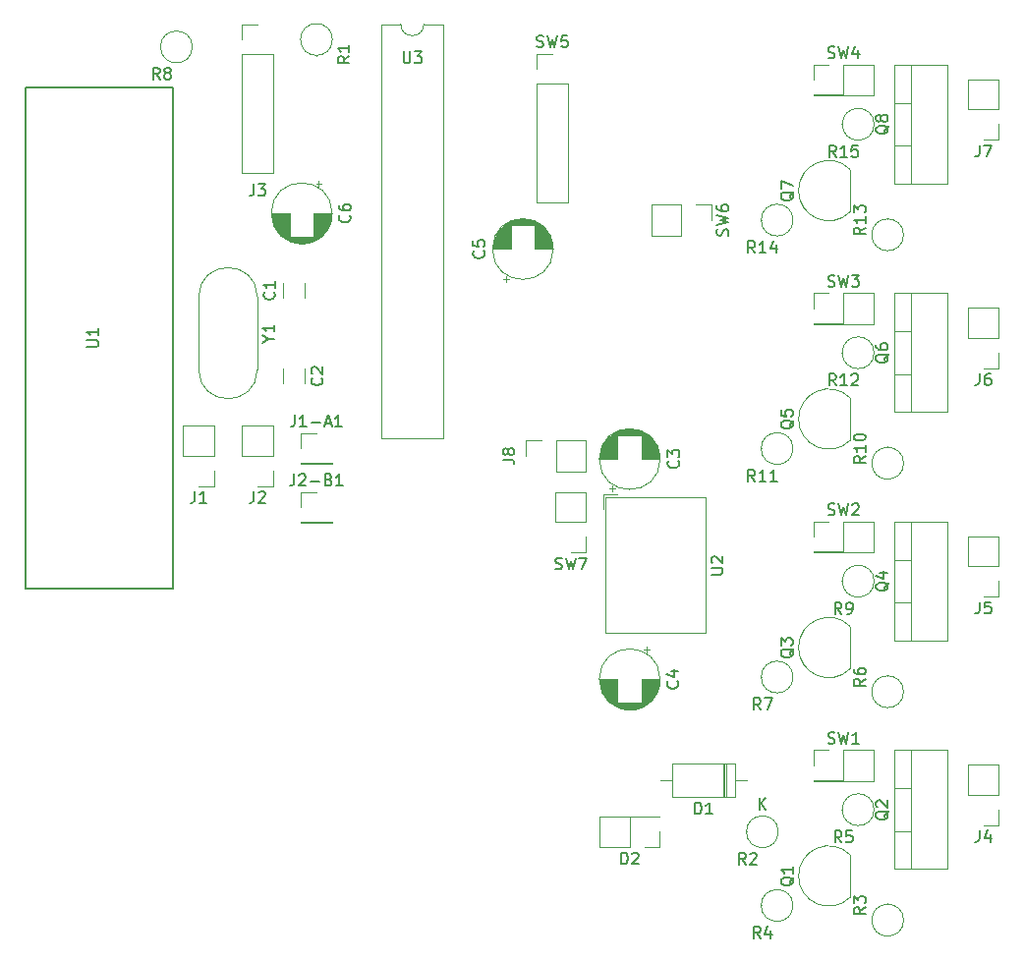
<source format=gbr>
G04 #@! TF.GenerationSoftware,KiCad,Pcbnew,(5.0.1)-4*
G04 #@! TF.CreationDate,2018-12-26T20:48:13-08:00*
G04 #@! TF.ProjectId,Launch_Controller-Pad_Box,4C61756E63685F436F6E74726F6C6C65,rev?*
G04 #@! TF.SameCoordinates,Original*
G04 #@! TF.FileFunction,Legend,Top*
G04 #@! TF.FilePolarity,Positive*
%FSLAX46Y46*%
G04 Gerber Fmt 4.6, Leading zero omitted, Abs format (unit mm)*
G04 Created by KiCad (PCBNEW (5.0.1)-4) date 12/26/2018 8:48:13 PM*
%MOMM*%
%LPD*%
G01*
G04 APERTURE LIST*
%ADD10C,0.120000*%
%ADD11C,0.150000*%
G04 APERTURE END LIST*
D10*
G04 #@! TO.C,SW2*
X109795000Y-95945000D02*
X114995000Y-95945000D01*
X109795000Y-95885000D02*
X109795000Y-95945000D01*
X114995000Y-93285000D02*
X114995000Y-95945000D01*
X109795000Y-95885000D02*
X112395000Y-95885000D01*
X112395000Y-95885000D02*
X112395000Y-93285000D01*
X112395000Y-93285000D02*
X114995000Y-93285000D01*
X109795000Y-94615000D02*
X109795000Y-93285000D01*
X109795000Y-93285000D02*
X111125000Y-93285000D01*
G04 #@! TO.C,C3*
X96600000Y-87900000D02*
G75*
G03X96600000Y-87900000I-2620000J0D01*
G01*
X95020000Y-87900000D02*
X96560000Y-87900000D01*
X91400000Y-87900000D02*
X92940000Y-87900000D01*
X95020000Y-87860000D02*
X96560000Y-87860000D01*
X91400000Y-87860000D02*
X92940000Y-87860000D01*
X91401000Y-87820000D02*
X92940000Y-87820000D01*
X95020000Y-87820000D02*
X96559000Y-87820000D01*
X91402000Y-87780000D02*
X92940000Y-87780000D01*
X95020000Y-87780000D02*
X96558000Y-87780000D01*
X91404000Y-87740000D02*
X92940000Y-87740000D01*
X95020000Y-87740000D02*
X96556000Y-87740000D01*
X91407000Y-87700000D02*
X92940000Y-87700000D01*
X95020000Y-87700000D02*
X96553000Y-87700000D01*
X91411000Y-87660000D02*
X92940000Y-87660000D01*
X95020000Y-87660000D02*
X96549000Y-87660000D01*
X91415000Y-87620000D02*
X92940000Y-87620000D01*
X95020000Y-87620000D02*
X96545000Y-87620000D01*
X91419000Y-87580000D02*
X92940000Y-87580000D01*
X95020000Y-87580000D02*
X96541000Y-87580000D01*
X91424000Y-87540000D02*
X92940000Y-87540000D01*
X95020000Y-87540000D02*
X96536000Y-87540000D01*
X91430000Y-87500000D02*
X92940000Y-87500000D01*
X95020000Y-87500000D02*
X96530000Y-87500000D01*
X91437000Y-87460000D02*
X92940000Y-87460000D01*
X95020000Y-87460000D02*
X96523000Y-87460000D01*
X91444000Y-87420000D02*
X92940000Y-87420000D01*
X95020000Y-87420000D02*
X96516000Y-87420000D01*
X91452000Y-87380000D02*
X92940000Y-87380000D01*
X95020000Y-87380000D02*
X96508000Y-87380000D01*
X91460000Y-87340000D02*
X92940000Y-87340000D01*
X95020000Y-87340000D02*
X96500000Y-87340000D01*
X91469000Y-87300000D02*
X92940000Y-87300000D01*
X95020000Y-87300000D02*
X96491000Y-87300000D01*
X91479000Y-87260000D02*
X92940000Y-87260000D01*
X95020000Y-87260000D02*
X96481000Y-87260000D01*
X91489000Y-87220000D02*
X92940000Y-87220000D01*
X95020000Y-87220000D02*
X96471000Y-87220000D01*
X91500000Y-87179000D02*
X92940000Y-87179000D01*
X95020000Y-87179000D02*
X96460000Y-87179000D01*
X91512000Y-87139000D02*
X92940000Y-87139000D01*
X95020000Y-87139000D02*
X96448000Y-87139000D01*
X91525000Y-87099000D02*
X92940000Y-87099000D01*
X95020000Y-87099000D02*
X96435000Y-87099000D01*
X91538000Y-87059000D02*
X92940000Y-87059000D01*
X95020000Y-87059000D02*
X96422000Y-87059000D01*
X91552000Y-87019000D02*
X92940000Y-87019000D01*
X95020000Y-87019000D02*
X96408000Y-87019000D01*
X91566000Y-86979000D02*
X92940000Y-86979000D01*
X95020000Y-86979000D02*
X96394000Y-86979000D01*
X91582000Y-86939000D02*
X92940000Y-86939000D01*
X95020000Y-86939000D02*
X96378000Y-86939000D01*
X91598000Y-86899000D02*
X92940000Y-86899000D01*
X95020000Y-86899000D02*
X96362000Y-86899000D01*
X91615000Y-86859000D02*
X92940000Y-86859000D01*
X95020000Y-86859000D02*
X96345000Y-86859000D01*
X91632000Y-86819000D02*
X92940000Y-86819000D01*
X95020000Y-86819000D02*
X96328000Y-86819000D01*
X91651000Y-86779000D02*
X92940000Y-86779000D01*
X95020000Y-86779000D02*
X96309000Y-86779000D01*
X91670000Y-86739000D02*
X92940000Y-86739000D01*
X95020000Y-86739000D02*
X96290000Y-86739000D01*
X91690000Y-86699000D02*
X92940000Y-86699000D01*
X95020000Y-86699000D02*
X96270000Y-86699000D01*
X91712000Y-86659000D02*
X92940000Y-86659000D01*
X95020000Y-86659000D02*
X96248000Y-86659000D01*
X91733000Y-86619000D02*
X92940000Y-86619000D01*
X95020000Y-86619000D02*
X96227000Y-86619000D01*
X91756000Y-86579000D02*
X92940000Y-86579000D01*
X95020000Y-86579000D02*
X96204000Y-86579000D01*
X91780000Y-86539000D02*
X92940000Y-86539000D01*
X95020000Y-86539000D02*
X96180000Y-86539000D01*
X91805000Y-86499000D02*
X92940000Y-86499000D01*
X95020000Y-86499000D02*
X96155000Y-86499000D01*
X91831000Y-86459000D02*
X92940000Y-86459000D01*
X95020000Y-86459000D02*
X96129000Y-86459000D01*
X91858000Y-86419000D02*
X92940000Y-86419000D01*
X95020000Y-86419000D02*
X96102000Y-86419000D01*
X91885000Y-86379000D02*
X92940000Y-86379000D01*
X95020000Y-86379000D02*
X96075000Y-86379000D01*
X91915000Y-86339000D02*
X92940000Y-86339000D01*
X95020000Y-86339000D02*
X96045000Y-86339000D01*
X91945000Y-86299000D02*
X92940000Y-86299000D01*
X95020000Y-86299000D02*
X96015000Y-86299000D01*
X91976000Y-86259000D02*
X92940000Y-86259000D01*
X95020000Y-86259000D02*
X95984000Y-86259000D01*
X92009000Y-86219000D02*
X92940000Y-86219000D01*
X95020000Y-86219000D02*
X95951000Y-86219000D01*
X92043000Y-86179000D02*
X92940000Y-86179000D01*
X95020000Y-86179000D02*
X95917000Y-86179000D01*
X92079000Y-86139000D02*
X92940000Y-86139000D01*
X95020000Y-86139000D02*
X95881000Y-86139000D01*
X92116000Y-86099000D02*
X92940000Y-86099000D01*
X95020000Y-86099000D02*
X95844000Y-86099000D01*
X92154000Y-86059000D02*
X92940000Y-86059000D01*
X95020000Y-86059000D02*
X95806000Y-86059000D01*
X92195000Y-86019000D02*
X92940000Y-86019000D01*
X95020000Y-86019000D02*
X95765000Y-86019000D01*
X92237000Y-85979000D02*
X92940000Y-85979000D01*
X95020000Y-85979000D02*
X95723000Y-85979000D01*
X92281000Y-85939000D02*
X92940000Y-85939000D01*
X95020000Y-85939000D02*
X95679000Y-85939000D01*
X92327000Y-85899000D02*
X92940000Y-85899000D01*
X95020000Y-85899000D02*
X95633000Y-85899000D01*
X92375000Y-85859000D02*
X95585000Y-85859000D01*
X92426000Y-85819000D02*
X95534000Y-85819000D01*
X92480000Y-85779000D02*
X95480000Y-85779000D01*
X92537000Y-85739000D02*
X95423000Y-85739000D01*
X92597000Y-85699000D02*
X95363000Y-85699000D01*
X92661000Y-85659000D02*
X95299000Y-85659000D01*
X92729000Y-85619000D02*
X95231000Y-85619000D01*
X92802000Y-85579000D02*
X95158000Y-85579000D01*
X92882000Y-85539000D02*
X95078000Y-85539000D01*
X92969000Y-85499000D02*
X94991000Y-85499000D01*
X93065000Y-85459000D02*
X94895000Y-85459000D01*
X93175000Y-85419000D02*
X94785000Y-85419000D01*
X93303000Y-85379000D02*
X94657000Y-85379000D01*
X93462000Y-85339000D02*
X94498000Y-85339000D01*
X93696000Y-85299000D02*
X94264000Y-85299000D01*
X92505000Y-90704775D02*
X92505000Y-90204775D01*
X92255000Y-90454775D02*
X92755000Y-90454775D01*
G04 #@! TO.C,Q2*
X116745000Y-116259000D02*
X118255000Y-116259000D01*
X116745000Y-119960000D02*
X118255000Y-119960000D01*
X118255000Y-123230000D02*
X118255000Y-112990000D01*
X116745000Y-112990000D02*
X121386000Y-112990000D01*
X116745000Y-123230000D02*
X121386000Y-123230000D01*
X121386000Y-123230000D02*
X121386000Y-112990000D01*
X116745000Y-123230000D02*
X116745000Y-112990000D01*
G04 #@! TO.C,C1*
X64104000Y-73991500D02*
X64104000Y-72733500D01*
X65944000Y-73991500D02*
X65944000Y-72733500D01*
G04 #@! TO.C,C2*
X64104000Y-80123000D02*
X64104000Y-81381000D01*
X65944000Y-80123000D02*
X65944000Y-81381000D01*
G04 #@! TO.C,C4*
X95705000Y-104323328D02*
X95205000Y-104323328D01*
X95455000Y-104073328D02*
X95455000Y-104573328D01*
X94264000Y-109479103D02*
X93696000Y-109479103D01*
X94498000Y-109439103D02*
X93462000Y-109439103D01*
X94657000Y-109399103D02*
X93303000Y-109399103D01*
X94785000Y-109359103D02*
X93175000Y-109359103D01*
X94895000Y-109319103D02*
X93065000Y-109319103D01*
X94991000Y-109279103D02*
X92969000Y-109279103D01*
X95078000Y-109239103D02*
X92882000Y-109239103D01*
X95158000Y-109199103D02*
X92802000Y-109199103D01*
X95231000Y-109159103D02*
X92729000Y-109159103D01*
X95299000Y-109119103D02*
X92661000Y-109119103D01*
X95363000Y-109079103D02*
X92597000Y-109079103D01*
X95423000Y-109039103D02*
X92537000Y-109039103D01*
X95480000Y-108999103D02*
X92480000Y-108999103D01*
X95534000Y-108959103D02*
X92426000Y-108959103D01*
X95585000Y-108919103D02*
X92375000Y-108919103D01*
X92940000Y-108879103D02*
X92327000Y-108879103D01*
X95633000Y-108879103D02*
X95020000Y-108879103D01*
X92940000Y-108839103D02*
X92281000Y-108839103D01*
X95679000Y-108839103D02*
X95020000Y-108839103D01*
X92940000Y-108799103D02*
X92237000Y-108799103D01*
X95723000Y-108799103D02*
X95020000Y-108799103D01*
X92940000Y-108759103D02*
X92195000Y-108759103D01*
X95765000Y-108759103D02*
X95020000Y-108759103D01*
X92940000Y-108719103D02*
X92154000Y-108719103D01*
X95806000Y-108719103D02*
X95020000Y-108719103D01*
X92940000Y-108679103D02*
X92116000Y-108679103D01*
X95844000Y-108679103D02*
X95020000Y-108679103D01*
X92940000Y-108639103D02*
X92079000Y-108639103D01*
X95881000Y-108639103D02*
X95020000Y-108639103D01*
X92940000Y-108599103D02*
X92043000Y-108599103D01*
X95917000Y-108599103D02*
X95020000Y-108599103D01*
X92940000Y-108559103D02*
X92009000Y-108559103D01*
X95951000Y-108559103D02*
X95020000Y-108559103D01*
X92940000Y-108519103D02*
X91976000Y-108519103D01*
X95984000Y-108519103D02*
X95020000Y-108519103D01*
X92940000Y-108479103D02*
X91945000Y-108479103D01*
X96015000Y-108479103D02*
X95020000Y-108479103D01*
X92940000Y-108439103D02*
X91915000Y-108439103D01*
X96045000Y-108439103D02*
X95020000Y-108439103D01*
X92940000Y-108399103D02*
X91885000Y-108399103D01*
X96075000Y-108399103D02*
X95020000Y-108399103D01*
X92940000Y-108359103D02*
X91858000Y-108359103D01*
X96102000Y-108359103D02*
X95020000Y-108359103D01*
X92940000Y-108319103D02*
X91831000Y-108319103D01*
X96129000Y-108319103D02*
X95020000Y-108319103D01*
X92940000Y-108279103D02*
X91805000Y-108279103D01*
X96155000Y-108279103D02*
X95020000Y-108279103D01*
X92940000Y-108239103D02*
X91780000Y-108239103D01*
X96180000Y-108239103D02*
X95020000Y-108239103D01*
X92940000Y-108199103D02*
X91756000Y-108199103D01*
X96204000Y-108199103D02*
X95020000Y-108199103D01*
X92940000Y-108159103D02*
X91733000Y-108159103D01*
X96227000Y-108159103D02*
X95020000Y-108159103D01*
X92940000Y-108119103D02*
X91712000Y-108119103D01*
X96248000Y-108119103D02*
X95020000Y-108119103D01*
X92940000Y-108079103D02*
X91690000Y-108079103D01*
X96270000Y-108079103D02*
X95020000Y-108079103D01*
X92940000Y-108039103D02*
X91670000Y-108039103D01*
X96290000Y-108039103D02*
X95020000Y-108039103D01*
X92940000Y-107999103D02*
X91651000Y-107999103D01*
X96309000Y-107999103D02*
X95020000Y-107999103D01*
X92940000Y-107959103D02*
X91632000Y-107959103D01*
X96328000Y-107959103D02*
X95020000Y-107959103D01*
X92940000Y-107919103D02*
X91615000Y-107919103D01*
X96345000Y-107919103D02*
X95020000Y-107919103D01*
X92940000Y-107879103D02*
X91598000Y-107879103D01*
X96362000Y-107879103D02*
X95020000Y-107879103D01*
X92940000Y-107839103D02*
X91582000Y-107839103D01*
X96378000Y-107839103D02*
X95020000Y-107839103D01*
X92940000Y-107799103D02*
X91566000Y-107799103D01*
X96394000Y-107799103D02*
X95020000Y-107799103D01*
X92940000Y-107759103D02*
X91552000Y-107759103D01*
X96408000Y-107759103D02*
X95020000Y-107759103D01*
X92940000Y-107719103D02*
X91538000Y-107719103D01*
X96422000Y-107719103D02*
X95020000Y-107719103D01*
X92940000Y-107679103D02*
X91525000Y-107679103D01*
X96435000Y-107679103D02*
X95020000Y-107679103D01*
X92940000Y-107639103D02*
X91512000Y-107639103D01*
X96448000Y-107639103D02*
X95020000Y-107639103D01*
X92940000Y-107599103D02*
X91500000Y-107599103D01*
X96460000Y-107599103D02*
X95020000Y-107599103D01*
X92940000Y-107558103D02*
X91489000Y-107558103D01*
X96471000Y-107558103D02*
X95020000Y-107558103D01*
X92940000Y-107518103D02*
X91479000Y-107518103D01*
X96481000Y-107518103D02*
X95020000Y-107518103D01*
X92940000Y-107478103D02*
X91469000Y-107478103D01*
X96491000Y-107478103D02*
X95020000Y-107478103D01*
X92940000Y-107438103D02*
X91460000Y-107438103D01*
X96500000Y-107438103D02*
X95020000Y-107438103D01*
X92940000Y-107398103D02*
X91452000Y-107398103D01*
X96508000Y-107398103D02*
X95020000Y-107398103D01*
X92940000Y-107358103D02*
X91444000Y-107358103D01*
X96516000Y-107358103D02*
X95020000Y-107358103D01*
X92940000Y-107318103D02*
X91437000Y-107318103D01*
X96523000Y-107318103D02*
X95020000Y-107318103D01*
X92940000Y-107278103D02*
X91430000Y-107278103D01*
X96530000Y-107278103D02*
X95020000Y-107278103D01*
X92940000Y-107238103D02*
X91424000Y-107238103D01*
X96536000Y-107238103D02*
X95020000Y-107238103D01*
X92940000Y-107198103D02*
X91419000Y-107198103D01*
X96541000Y-107198103D02*
X95020000Y-107198103D01*
X92940000Y-107158103D02*
X91415000Y-107158103D01*
X96545000Y-107158103D02*
X95020000Y-107158103D01*
X92940000Y-107118103D02*
X91411000Y-107118103D01*
X96549000Y-107118103D02*
X95020000Y-107118103D01*
X92940000Y-107078103D02*
X91407000Y-107078103D01*
X96553000Y-107078103D02*
X95020000Y-107078103D01*
X92940000Y-107038103D02*
X91404000Y-107038103D01*
X96556000Y-107038103D02*
X95020000Y-107038103D01*
X92940000Y-106998103D02*
X91402000Y-106998103D01*
X96558000Y-106998103D02*
X95020000Y-106998103D01*
X92940000Y-106958103D02*
X91401000Y-106958103D01*
X96559000Y-106958103D02*
X95020000Y-106958103D01*
X96560000Y-106918103D02*
X95020000Y-106918103D01*
X92940000Y-106918103D02*
X91400000Y-106918103D01*
X96560000Y-106878103D02*
X95020000Y-106878103D01*
X92940000Y-106878103D02*
X91400000Y-106878103D01*
X96600000Y-106878103D02*
G75*
G03X96600000Y-106878103I-2620000J0D01*
G01*
G04 #@! TO.C,C5*
X87392500Y-69802500D02*
G75*
G03X87392500Y-69802500I-2620000J0D01*
G01*
X85812500Y-69802500D02*
X87352500Y-69802500D01*
X82192500Y-69802500D02*
X83732500Y-69802500D01*
X85812500Y-69762500D02*
X87352500Y-69762500D01*
X82192500Y-69762500D02*
X83732500Y-69762500D01*
X82193500Y-69722500D02*
X83732500Y-69722500D01*
X85812500Y-69722500D02*
X87351500Y-69722500D01*
X82194500Y-69682500D02*
X83732500Y-69682500D01*
X85812500Y-69682500D02*
X87350500Y-69682500D01*
X82196500Y-69642500D02*
X83732500Y-69642500D01*
X85812500Y-69642500D02*
X87348500Y-69642500D01*
X82199500Y-69602500D02*
X83732500Y-69602500D01*
X85812500Y-69602500D02*
X87345500Y-69602500D01*
X82203500Y-69562500D02*
X83732500Y-69562500D01*
X85812500Y-69562500D02*
X87341500Y-69562500D01*
X82207500Y-69522500D02*
X83732500Y-69522500D01*
X85812500Y-69522500D02*
X87337500Y-69522500D01*
X82211500Y-69482500D02*
X83732500Y-69482500D01*
X85812500Y-69482500D02*
X87333500Y-69482500D01*
X82216500Y-69442500D02*
X83732500Y-69442500D01*
X85812500Y-69442500D02*
X87328500Y-69442500D01*
X82222500Y-69402500D02*
X83732500Y-69402500D01*
X85812500Y-69402500D02*
X87322500Y-69402500D01*
X82229500Y-69362500D02*
X83732500Y-69362500D01*
X85812500Y-69362500D02*
X87315500Y-69362500D01*
X82236500Y-69322500D02*
X83732500Y-69322500D01*
X85812500Y-69322500D02*
X87308500Y-69322500D01*
X82244500Y-69282500D02*
X83732500Y-69282500D01*
X85812500Y-69282500D02*
X87300500Y-69282500D01*
X82252500Y-69242500D02*
X83732500Y-69242500D01*
X85812500Y-69242500D02*
X87292500Y-69242500D01*
X82261500Y-69202500D02*
X83732500Y-69202500D01*
X85812500Y-69202500D02*
X87283500Y-69202500D01*
X82271500Y-69162500D02*
X83732500Y-69162500D01*
X85812500Y-69162500D02*
X87273500Y-69162500D01*
X82281500Y-69122500D02*
X83732500Y-69122500D01*
X85812500Y-69122500D02*
X87263500Y-69122500D01*
X82292500Y-69081500D02*
X83732500Y-69081500D01*
X85812500Y-69081500D02*
X87252500Y-69081500D01*
X82304500Y-69041500D02*
X83732500Y-69041500D01*
X85812500Y-69041500D02*
X87240500Y-69041500D01*
X82317500Y-69001500D02*
X83732500Y-69001500D01*
X85812500Y-69001500D02*
X87227500Y-69001500D01*
X82330500Y-68961500D02*
X83732500Y-68961500D01*
X85812500Y-68961500D02*
X87214500Y-68961500D01*
X82344500Y-68921500D02*
X83732500Y-68921500D01*
X85812500Y-68921500D02*
X87200500Y-68921500D01*
X82358500Y-68881500D02*
X83732500Y-68881500D01*
X85812500Y-68881500D02*
X87186500Y-68881500D01*
X82374500Y-68841500D02*
X83732500Y-68841500D01*
X85812500Y-68841500D02*
X87170500Y-68841500D01*
X82390500Y-68801500D02*
X83732500Y-68801500D01*
X85812500Y-68801500D02*
X87154500Y-68801500D01*
X82407500Y-68761500D02*
X83732500Y-68761500D01*
X85812500Y-68761500D02*
X87137500Y-68761500D01*
X82424500Y-68721500D02*
X83732500Y-68721500D01*
X85812500Y-68721500D02*
X87120500Y-68721500D01*
X82443500Y-68681500D02*
X83732500Y-68681500D01*
X85812500Y-68681500D02*
X87101500Y-68681500D01*
X82462500Y-68641500D02*
X83732500Y-68641500D01*
X85812500Y-68641500D02*
X87082500Y-68641500D01*
X82482500Y-68601500D02*
X83732500Y-68601500D01*
X85812500Y-68601500D02*
X87062500Y-68601500D01*
X82504500Y-68561500D02*
X83732500Y-68561500D01*
X85812500Y-68561500D02*
X87040500Y-68561500D01*
X82525500Y-68521500D02*
X83732500Y-68521500D01*
X85812500Y-68521500D02*
X87019500Y-68521500D01*
X82548500Y-68481500D02*
X83732500Y-68481500D01*
X85812500Y-68481500D02*
X86996500Y-68481500D01*
X82572500Y-68441500D02*
X83732500Y-68441500D01*
X85812500Y-68441500D02*
X86972500Y-68441500D01*
X82597500Y-68401500D02*
X83732500Y-68401500D01*
X85812500Y-68401500D02*
X86947500Y-68401500D01*
X82623500Y-68361500D02*
X83732500Y-68361500D01*
X85812500Y-68361500D02*
X86921500Y-68361500D01*
X82650500Y-68321500D02*
X83732500Y-68321500D01*
X85812500Y-68321500D02*
X86894500Y-68321500D01*
X82677500Y-68281500D02*
X83732500Y-68281500D01*
X85812500Y-68281500D02*
X86867500Y-68281500D01*
X82707500Y-68241500D02*
X83732500Y-68241500D01*
X85812500Y-68241500D02*
X86837500Y-68241500D01*
X82737500Y-68201500D02*
X83732500Y-68201500D01*
X85812500Y-68201500D02*
X86807500Y-68201500D01*
X82768500Y-68161500D02*
X83732500Y-68161500D01*
X85812500Y-68161500D02*
X86776500Y-68161500D01*
X82801500Y-68121500D02*
X83732500Y-68121500D01*
X85812500Y-68121500D02*
X86743500Y-68121500D01*
X82835500Y-68081500D02*
X83732500Y-68081500D01*
X85812500Y-68081500D02*
X86709500Y-68081500D01*
X82871500Y-68041500D02*
X83732500Y-68041500D01*
X85812500Y-68041500D02*
X86673500Y-68041500D01*
X82908500Y-68001500D02*
X83732500Y-68001500D01*
X85812500Y-68001500D02*
X86636500Y-68001500D01*
X82946500Y-67961500D02*
X83732500Y-67961500D01*
X85812500Y-67961500D02*
X86598500Y-67961500D01*
X82987500Y-67921500D02*
X83732500Y-67921500D01*
X85812500Y-67921500D02*
X86557500Y-67921500D01*
X83029500Y-67881500D02*
X83732500Y-67881500D01*
X85812500Y-67881500D02*
X86515500Y-67881500D01*
X83073500Y-67841500D02*
X83732500Y-67841500D01*
X85812500Y-67841500D02*
X86471500Y-67841500D01*
X83119500Y-67801500D02*
X83732500Y-67801500D01*
X85812500Y-67801500D02*
X86425500Y-67801500D01*
X83167500Y-67761500D02*
X86377500Y-67761500D01*
X83218500Y-67721500D02*
X86326500Y-67721500D01*
X83272500Y-67681500D02*
X86272500Y-67681500D01*
X83329500Y-67641500D02*
X86215500Y-67641500D01*
X83389500Y-67601500D02*
X86155500Y-67601500D01*
X83453500Y-67561500D02*
X86091500Y-67561500D01*
X83521500Y-67521500D02*
X86023500Y-67521500D01*
X83594500Y-67481500D02*
X85950500Y-67481500D01*
X83674500Y-67441500D02*
X85870500Y-67441500D01*
X83761500Y-67401500D02*
X85783500Y-67401500D01*
X83857500Y-67361500D02*
X85687500Y-67361500D01*
X83967500Y-67321500D02*
X85577500Y-67321500D01*
X84095500Y-67281500D02*
X85449500Y-67281500D01*
X84254500Y-67241500D02*
X85290500Y-67241500D01*
X84488500Y-67201500D02*
X85056500Y-67201500D01*
X83297500Y-72607275D02*
X83297500Y-72107275D01*
X83047500Y-72357275D02*
X83547500Y-72357275D01*
G04 #@! TO.C,C6*
X67447500Y-64167725D02*
X66947500Y-64167725D01*
X67197500Y-63917725D02*
X67197500Y-64417725D01*
X66006500Y-69323500D02*
X65438500Y-69323500D01*
X66240500Y-69283500D02*
X65204500Y-69283500D01*
X66399500Y-69243500D02*
X65045500Y-69243500D01*
X66527500Y-69203500D02*
X64917500Y-69203500D01*
X66637500Y-69163500D02*
X64807500Y-69163500D01*
X66733500Y-69123500D02*
X64711500Y-69123500D01*
X66820500Y-69083500D02*
X64624500Y-69083500D01*
X66900500Y-69043500D02*
X64544500Y-69043500D01*
X66973500Y-69003500D02*
X64471500Y-69003500D01*
X67041500Y-68963500D02*
X64403500Y-68963500D01*
X67105500Y-68923500D02*
X64339500Y-68923500D01*
X67165500Y-68883500D02*
X64279500Y-68883500D01*
X67222500Y-68843500D02*
X64222500Y-68843500D01*
X67276500Y-68803500D02*
X64168500Y-68803500D01*
X67327500Y-68763500D02*
X64117500Y-68763500D01*
X64682500Y-68723500D02*
X64069500Y-68723500D01*
X67375500Y-68723500D02*
X66762500Y-68723500D01*
X64682500Y-68683500D02*
X64023500Y-68683500D01*
X67421500Y-68683500D02*
X66762500Y-68683500D01*
X64682500Y-68643500D02*
X63979500Y-68643500D01*
X67465500Y-68643500D02*
X66762500Y-68643500D01*
X64682500Y-68603500D02*
X63937500Y-68603500D01*
X67507500Y-68603500D02*
X66762500Y-68603500D01*
X64682500Y-68563500D02*
X63896500Y-68563500D01*
X67548500Y-68563500D02*
X66762500Y-68563500D01*
X64682500Y-68523500D02*
X63858500Y-68523500D01*
X67586500Y-68523500D02*
X66762500Y-68523500D01*
X64682500Y-68483500D02*
X63821500Y-68483500D01*
X67623500Y-68483500D02*
X66762500Y-68483500D01*
X64682500Y-68443500D02*
X63785500Y-68443500D01*
X67659500Y-68443500D02*
X66762500Y-68443500D01*
X64682500Y-68403500D02*
X63751500Y-68403500D01*
X67693500Y-68403500D02*
X66762500Y-68403500D01*
X64682500Y-68363500D02*
X63718500Y-68363500D01*
X67726500Y-68363500D02*
X66762500Y-68363500D01*
X64682500Y-68323500D02*
X63687500Y-68323500D01*
X67757500Y-68323500D02*
X66762500Y-68323500D01*
X64682500Y-68283500D02*
X63657500Y-68283500D01*
X67787500Y-68283500D02*
X66762500Y-68283500D01*
X64682500Y-68243500D02*
X63627500Y-68243500D01*
X67817500Y-68243500D02*
X66762500Y-68243500D01*
X64682500Y-68203500D02*
X63600500Y-68203500D01*
X67844500Y-68203500D02*
X66762500Y-68203500D01*
X64682500Y-68163500D02*
X63573500Y-68163500D01*
X67871500Y-68163500D02*
X66762500Y-68163500D01*
X64682500Y-68123500D02*
X63547500Y-68123500D01*
X67897500Y-68123500D02*
X66762500Y-68123500D01*
X64682500Y-68083500D02*
X63522500Y-68083500D01*
X67922500Y-68083500D02*
X66762500Y-68083500D01*
X64682500Y-68043500D02*
X63498500Y-68043500D01*
X67946500Y-68043500D02*
X66762500Y-68043500D01*
X64682500Y-68003500D02*
X63475500Y-68003500D01*
X67969500Y-68003500D02*
X66762500Y-68003500D01*
X64682500Y-67963500D02*
X63454500Y-67963500D01*
X67990500Y-67963500D02*
X66762500Y-67963500D01*
X64682500Y-67923500D02*
X63432500Y-67923500D01*
X68012500Y-67923500D02*
X66762500Y-67923500D01*
X64682500Y-67883500D02*
X63412500Y-67883500D01*
X68032500Y-67883500D02*
X66762500Y-67883500D01*
X64682500Y-67843500D02*
X63393500Y-67843500D01*
X68051500Y-67843500D02*
X66762500Y-67843500D01*
X64682500Y-67803500D02*
X63374500Y-67803500D01*
X68070500Y-67803500D02*
X66762500Y-67803500D01*
X64682500Y-67763500D02*
X63357500Y-67763500D01*
X68087500Y-67763500D02*
X66762500Y-67763500D01*
X64682500Y-67723500D02*
X63340500Y-67723500D01*
X68104500Y-67723500D02*
X66762500Y-67723500D01*
X64682500Y-67683500D02*
X63324500Y-67683500D01*
X68120500Y-67683500D02*
X66762500Y-67683500D01*
X64682500Y-67643500D02*
X63308500Y-67643500D01*
X68136500Y-67643500D02*
X66762500Y-67643500D01*
X64682500Y-67603500D02*
X63294500Y-67603500D01*
X68150500Y-67603500D02*
X66762500Y-67603500D01*
X64682500Y-67563500D02*
X63280500Y-67563500D01*
X68164500Y-67563500D02*
X66762500Y-67563500D01*
X64682500Y-67523500D02*
X63267500Y-67523500D01*
X68177500Y-67523500D02*
X66762500Y-67523500D01*
X64682500Y-67483500D02*
X63254500Y-67483500D01*
X68190500Y-67483500D02*
X66762500Y-67483500D01*
X64682500Y-67443500D02*
X63242500Y-67443500D01*
X68202500Y-67443500D02*
X66762500Y-67443500D01*
X64682500Y-67402500D02*
X63231500Y-67402500D01*
X68213500Y-67402500D02*
X66762500Y-67402500D01*
X64682500Y-67362500D02*
X63221500Y-67362500D01*
X68223500Y-67362500D02*
X66762500Y-67362500D01*
X64682500Y-67322500D02*
X63211500Y-67322500D01*
X68233500Y-67322500D02*
X66762500Y-67322500D01*
X64682500Y-67282500D02*
X63202500Y-67282500D01*
X68242500Y-67282500D02*
X66762500Y-67282500D01*
X64682500Y-67242500D02*
X63194500Y-67242500D01*
X68250500Y-67242500D02*
X66762500Y-67242500D01*
X64682500Y-67202500D02*
X63186500Y-67202500D01*
X68258500Y-67202500D02*
X66762500Y-67202500D01*
X64682500Y-67162500D02*
X63179500Y-67162500D01*
X68265500Y-67162500D02*
X66762500Y-67162500D01*
X64682500Y-67122500D02*
X63172500Y-67122500D01*
X68272500Y-67122500D02*
X66762500Y-67122500D01*
X64682500Y-67082500D02*
X63166500Y-67082500D01*
X68278500Y-67082500D02*
X66762500Y-67082500D01*
X64682500Y-67042500D02*
X63161500Y-67042500D01*
X68283500Y-67042500D02*
X66762500Y-67042500D01*
X64682500Y-67002500D02*
X63157500Y-67002500D01*
X68287500Y-67002500D02*
X66762500Y-67002500D01*
X64682500Y-66962500D02*
X63153500Y-66962500D01*
X68291500Y-66962500D02*
X66762500Y-66962500D01*
X64682500Y-66922500D02*
X63149500Y-66922500D01*
X68295500Y-66922500D02*
X66762500Y-66922500D01*
X64682500Y-66882500D02*
X63146500Y-66882500D01*
X68298500Y-66882500D02*
X66762500Y-66882500D01*
X64682500Y-66842500D02*
X63144500Y-66842500D01*
X68300500Y-66842500D02*
X66762500Y-66842500D01*
X64682500Y-66802500D02*
X63143500Y-66802500D01*
X68301500Y-66802500D02*
X66762500Y-66802500D01*
X68302500Y-66762500D02*
X66762500Y-66762500D01*
X64682500Y-66762500D02*
X63142500Y-66762500D01*
X68302500Y-66722500D02*
X66762500Y-66722500D01*
X64682500Y-66722500D02*
X63142500Y-66722500D01*
X68342500Y-66722500D02*
G75*
G03X68342500Y-66722500I-2620000J0D01*
G01*
G04 #@! TO.C,D1*
X103050000Y-117040000D02*
X103050000Y-114100000D01*
X103050000Y-114100000D02*
X97610000Y-114100000D01*
X97610000Y-114100000D02*
X97610000Y-117040000D01*
X97610000Y-117040000D02*
X103050000Y-117040000D01*
X104070000Y-115570000D02*
X103050000Y-115570000D01*
X96590000Y-115570000D02*
X97610000Y-115570000D01*
X102150000Y-117040000D02*
X102150000Y-114100000D01*
X102030000Y-117040000D02*
X102030000Y-114100000D01*
X102270000Y-117040000D02*
X102270000Y-114100000D01*
G04 #@! TO.C,D2*
X96580000Y-121345000D02*
X95250000Y-121345000D01*
X96580000Y-120015000D02*
X96580000Y-121345000D01*
X93980000Y-121345000D02*
X91380000Y-121345000D01*
X93980000Y-118745000D02*
X93980000Y-121345000D01*
X96580000Y-118745000D02*
X93980000Y-118745000D01*
X91380000Y-121345000D02*
X91380000Y-118685000D01*
X96580000Y-118745000D02*
X96580000Y-118685000D01*
X96580000Y-118685000D02*
X91380000Y-118685000D01*
G04 #@! TO.C,J1*
X58161828Y-85036699D02*
X55501828Y-85036699D01*
X58161828Y-87636699D02*
X58161828Y-85036699D01*
X55501828Y-87636699D02*
X55501828Y-85036699D01*
X58161828Y-87636699D02*
X55501828Y-87636699D01*
X58161828Y-88906699D02*
X58161828Y-90236699D01*
X58161828Y-90236699D02*
X56831828Y-90236699D01*
G04 #@! TO.C,J2*
X63241828Y-85036699D02*
X60581828Y-85036699D01*
X63241828Y-87636699D02*
X63241828Y-85036699D01*
X60581828Y-87636699D02*
X60581828Y-85036699D01*
X63241828Y-87636699D02*
X60581828Y-87636699D01*
X63241828Y-88906699D02*
X63241828Y-90236699D01*
X63241828Y-90236699D02*
X61911828Y-90236699D01*
G04 #@! TO.C,J3*
X60582500Y-50422500D02*
X61912500Y-50422500D01*
X60582500Y-51752500D02*
X60582500Y-50422500D01*
X60582500Y-53022500D02*
X63242500Y-53022500D01*
X63242500Y-53022500D02*
X63242500Y-63242500D01*
X60582500Y-53022500D02*
X60582500Y-63242500D01*
X60582500Y-63242500D02*
X63242500Y-63242500D01*
G04 #@! TO.C,J4*
X125790000Y-114240000D02*
X123130000Y-114240000D01*
X125790000Y-116840000D02*
X125790000Y-114240000D01*
X123130000Y-116840000D02*
X123130000Y-114240000D01*
X125790000Y-116840000D02*
X123130000Y-116840000D01*
X125790000Y-118110000D02*
X125790000Y-119440000D01*
X125790000Y-119440000D02*
X124460000Y-119440000D01*
G04 #@! TO.C,J5*
X125790000Y-99755000D02*
X124460000Y-99755000D01*
X125790000Y-98425000D02*
X125790000Y-99755000D01*
X125790000Y-97155000D02*
X123130000Y-97155000D01*
X123130000Y-97155000D02*
X123130000Y-94555000D01*
X125790000Y-97155000D02*
X125790000Y-94555000D01*
X125790000Y-94555000D02*
X123130000Y-94555000D01*
G04 #@! TO.C,J6*
X125790000Y-80070000D02*
X124460000Y-80070000D01*
X125790000Y-78740000D02*
X125790000Y-80070000D01*
X125790000Y-77470000D02*
X123130000Y-77470000D01*
X123130000Y-77470000D02*
X123130000Y-74870000D01*
X125790000Y-77470000D02*
X125790000Y-74870000D01*
X125790000Y-74870000D02*
X123130000Y-74870000D01*
G04 #@! TO.C,J7*
X125790000Y-60385000D02*
X124460000Y-60385000D01*
X125790000Y-59055000D02*
X125790000Y-60385000D01*
X125790000Y-57785000D02*
X123130000Y-57785000D01*
X123130000Y-57785000D02*
X123130000Y-55185000D01*
X125790000Y-57785000D02*
X125790000Y-55185000D01*
X125790000Y-55185000D02*
X123130000Y-55185000D01*
G04 #@! TO.C,J8*
X87630000Y-88960000D02*
X87630000Y-86300000D01*
X87630000Y-88960000D02*
X90230000Y-88960000D01*
X90230000Y-88960000D02*
X90230000Y-86300000D01*
X87630000Y-86300000D02*
X90230000Y-86300000D01*
X85030000Y-86300000D02*
X86360000Y-86300000D01*
X85030000Y-87630000D02*
X85030000Y-86300000D01*
G04 #@! TO.C,J1-A1*
X65655801Y-85664328D02*
X66985801Y-85664328D01*
X65655801Y-86994328D02*
X65655801Y-85664328D01*
X65655801Y-88264328D02*
X68315801Y-88264328D01*
X68315801Y-88264328D02*
X68315801Y-88324328D01*
X65655801Y-88264328D02*
X65655801Y-88324328D01*
X65655801Y-88324328D02*
X68315801Y-88324328D01*
G04 #@! TO.C,J2-B1*
X65655801Y-93405000D02*
X68315801Y-93405000D01*
X65655801Y-93345000D02*
X65655801Y-93405000D01*
X68315801Y-93345000D02*
X68315801Y-93405000D01*
X65655801Y-93345000D02*
X68315801Y-93345000D01*
X65655801Y-92075000D02*
X65655801Y-90745000D01*
X65655801Y-90745000D02*
X66985801Y-90745000D01*
G04 #@! TO.C,Q1*
X112975000Y-125625000D02*
X112975000Y-122025000D01*
X112963478Y-125663478D02*
G75*
G02X108525000Y-123825000I-1838478J1838478D01*
G01*
X112963478Y-121986522D02*
G75*
G03X108525000Y-123825000I-1838478J-1838478D01*
G01*
G04 #@! TO.C,Q3*
X112975000Y-105940000D02*
X112975000Y-102340000D01*
X112963478Y-105978478D02*
G75*
G02X108525000Y-104140000I-1838478J1838478D01*
G01*
X112963478Y-102301522D02*
G75*
G03X108525000Y-104140000I-1838478J-1838478D01*
G01*
G04 #@! TO.C,Q4*
X116745000Y-103545000D02*
X116745000Y-93305000D01*
X121386000Y-103545000D02*
X121386000Y-93305000D01*
X116745000Y-103545000D02*
X121386000Y-103545000D01*
X116745000Y-93305000D02*
X121386000Y-93305000D01*
X118255000Y-103545000D02*
X118255000Y-93305000D01*
X116745000Y-100275000D02*
X118255000Y-100275000D01*
X116745000Y-96574000D02*
X118255000Y-96574000D01*
G04 #@! TO.C,Q5*
X112963478Y-82616522D02*
G75*
G03X108525000Y-84455000I-1838478J-1838478D01*
G01*
X112963478Y-86293478D02*
G75*
G02X108525000Y-84455000I-1838478J1838478D01*
G01*
X112975000Y-86255000D02*
X112975000Y-82655000D01*
G04 #@! TO.C,Q6*
X116745000Y-76889000D02*
X118255000Y-76889000D01*
X116745000Y-80590000D02*
X118255000Y-80590000D01*
X118255000Y-83860000D02*
X118255000Y-73620000D01*
X116745000Y-73620000D02*
X121386000Y-73620000D01*
X116745000Y-83860000D02*
X121386000Y-83860000D01*
X121386000Y-83860000D02*
X121386000Y-73620000D01*
X116745000Y-83860000D02*
X116745000Y-73620000D01*
G04 #@! TO.C,Q7*
X112963478Y-62931522D02*
G75*
G03X108525000Y-64770000I-1838478J-1838478D01*
G01*
X112963478Y-66608478D02*
G75*
G02X108525000Y-64770000I-1838478J1838478D01*
G01*
X112975000Y-66570000D02*
X112975000Y-62970000D01*
G04 #@! TO.C,Q8*
X116745000Y-64175000D02*
X116745000Y-53935000D01*
X121386000Y-64175000D02*
X121386000Y-53935000D01*
X116745000Y-64175000D02*
X121386000Y-64175000D01*
X116745000Y-53935000D02*
X121386000Y-53935000D01*
X118255000Y-64175000D02*
X118255000Y-53935000D01*
X116745000Y-60905000D02*
X118255000Y-60905000D01*
X116745000Y-57204000D02*
X118255000Y-57204000D01*
G04 #@! TO.C,SW1*
X109795000Y-112970000D02*
X111125000Y-112970000D01*
X109795000Y-114300000D02*
X109795000Y-112970000D01*
X112395000Y-112970000D02*
X114995000Y-112970000D01*
X112395000Y-115570000D02*
X112395000Y-112970000D01*
X109795000Y-115570000D02*
X112395000Y-115570000D01*
X114995000Y-112970000D02*
X114995000Y-115630000D01*
X109795000Y-115570000D02*
X109795000Y-115630000D01*
X109795000Y-115630000D02*
X114995000Y-115630000D01*
G04 #@! TO.C,SW3*
X109795000Y-76260000D02*
X114995000Y-76260000D01*
X109795000Y-76200000D02*
X109795000Y-76260000D01*
X114995000Y-73600000D02*
X114995000Y-76260000D01*
X109795000Y-76200000D02*
X112395000Y-76200000D01*
X112395000Y-76200000D02*
X112395000Y-73600000D01*
X112395000Y-73600000D02*
X114995000Y-73600000D01*
X109795000Y-74930000D02*
X109795000Y-73600000D01*
X109795000Y-73600000D02*
X111125000Y-73600000D01*
G04 #@! TO.C,SW4*
X109795000Y-56575000D02*
X114995000Y-56575000D01*
X109795000Y-56515000D02*
X109795000Y-56575000D01*
X114995000Y-53915000D02*
X114995000Y-56575000D01*
X109795000Y-56515000D02*
X112395000Y-56515000D01*
X112395000Y-56515000D02*
X112395000Y-53915000D01*
X112395000Y-53915000D02*
X114995000Y-53915000D01*
X109795000Y-55245000D02*
X109795000Y-53915000D01*
X109795000Y-53915000D02*
X111125000Y-53915000D01*
G04 #@! TO.C,SW5*
X85982500Y-65782500D02*
X88642500Y-65782500D01*
X85982500Y-55562500D02*
X85982500Y-65782500D01*
X88642500Y-55562500D02*
X88642500Y-65782500D01*
X85982500Y-55562500D02*
X88642500Y-55562500D01*
X85982500Y-54292500D02*
X85982500Y-52962500D01*
X85982500Y-52962500D02*
X87312500Y-52962500D01*
G04 #@! TO.C,SW6*
X95825000Y-65980000D02*
X95825000Y-68640000D01*
X98425000Y-65980000D02*
X95825000Y-65980000D01*
X98425000Y-68640000D02*
X95825000Y-68640000D01*
X98425000Y-65980000D02*
X98425000Y-68640000D01*
X99695000Y-65980000D02*
X101025000Y-65980000D01*
X101025000Y-65980000D02*
X101025000Y-67310000D01*
G04 #@! TO.C,SW7*
X90230000Y-95945000D02*
X88900000Y-95945000D01*
X90230000Y-94615000D02*
X90230000Y-95945000D01*
X90230000Y-93345000D02*
X87570000Y-93345000D01*
X87570000Y-93345000D02*
X87570000Y-90745000D01*
X90230000Y-93345000D02*
X90230000Y-90745000D01*
X90230000Y-90745000D02*
X87570000Y-90745000D01*
D11*
G04 #@! TO.C,U1*
X54603301Y-55879328D02*
X54603301Y-99059328D01*
X54603301Y-99059328D02*
X41903301Y-99059328D01*
X41903301Y-99059328D02*
X41903301Y-55879328D01*
X41903301Y-55879328D02*
X54603301Y-55879328D01*
D10*
G04 #@! TO.C,U2*
X100540000Y-91172103D02*
X100540000Y-102893103D01*
X91920000Y-91172103D02*
X91920000Y-102893103D01*
X100540000Y-91172103D02*
X91920000Y-91172103D01*
X100540000Y-102893103D02*
X91920000Y-102893103D01*
X92920000Y-90932103D02*
X91680000Y-90932103D01*
X91680000Y-90932103D02*
X91680000Y-92172103D01*
G04 #@! TO.C,U3*
X76247500Y-50422500D02*
G75*
G02X74247500Y-50422500I-1000000J0D01*
G01*
X74247500Y-50422500D02*
X72597500Y-50422500D01*
X72597500Y-50422500D02*
X72597500Y-86102500D01*
X72597500Y-86102500D02*
X77897500Y-86102500D01*
X77897500Y-86102500D02*
X77897500Y-50422500D01*
X77897500Y-50422500D02*
X76247500Y-50422500D01*
G04 #@! TO.C,Y1*
X61897500Y-73927500D02*
X61897500Y-80177500D01*
X56847500Y-73927500D02*
X56847500Y-80177500D01*
X56847500Y-73927500D02*
G75*
G02X61897500Y-73927500I2525000J0D01*
G01*
X56847500Y-80177500D02*
G75*
G03X61897500Y-80177500I2525000J0D01*
G01*
G04 #@! TO.C,R15*
X115035000Y-59055000D02*
G75*
G03X115035000Y-59055000I-1370000J0D01*
G01*
X112295000Y-59055000D02*
X112225000Y-59055000D01*
G04 #@! TO.C,R1*
X66992500Y-53122500D02*
X66992500Y-53192500D01*
X68362500Y-51752500D02*
G75*
G03X68362500Y-51752500I-1370000J0D01*
G01*
G04 #@! TO.C,R2*
X104040000Y-120015000D02*
X103970000Y-120015000D01*
X106780000Y-120015000D02*
G75*
G03X106780000Y-120015000I-1370000J0D01*
G01*
G04 #@! TO.C,R3*
X116205000Y-126265000D02*
X116205000Y-126195000D01*
X117575000Y-127635000D02*
G75*
G03X117575000Y-127635000I-1370000J0D01*
G01*
G04 #@! TO.C,R4*
X108050000Y-126365000D02*
G75*
G03X108050000Y-126365000I-1370000J0D01*
G01*
X105310000Y-126365000D02*
X105240000Y-126365000D01*
G04 #@! TO.C,R5*
X115035000Y-118110000D02*
G75*
G03X115035000Y-118110000I-1370000J0D01*
G01*
X112295000Y-118110000D02*
X112225000Y-118110000D01*
G04 #@! TO.C,R6*
X117575000Y-107950000D02*
G75*
G03X117575000Y-107950000I-1370000J0D01*
G01*
X116205000Y-106580000D02*
X116205000Y-106510000D01*
G04 #@! TO.C,R7*
X105310000Y-106680000D02*
X105240000Y-106680000D01*
X108050000Y-106680000D02*
G75*
G03X108050000Y-106680000I-1370000J0D01*
G01*
G04 #@! TO.C,R8*
X53557500Y-52387500D02*
X53487500Y-52387500D01*
X56297500Y-52387500D02*
G75*
G03X56297500Y-52387500I-1370000J0D01*
G01*
G04 #@! TO.C,R9*
X115035000Y-98425000D02*
G75*
G03X115035000Y-98425000I-1370000J0D01*
G01*
X112295000Y-98425000D02*
X112225000Y-98425000D01*
G04 #@! TO.C,R10*
X117575000Y-88265000D02*
G75*
G03X117575000Y-88265000I-1370000J0D01*
G01*
X116205000Y-86895000D02*
X116205000Y-86825000D01*
G04 #@! TO.C,R11*
X105310000Y-86995000D02*
X105240000Y-86995000D01*
X108050000Y-86995000D02*
G75*
G03X108050000Y-86995000I-1370000J0D01*
G01*
G04 #@! TO.C,R12*
X115035000Y-78740000D02*
G75*
G03X115035000Y-78740000I-1370000J0D01*
G01*
X112295000Y-78740000D02*
X112225000Y-78740000D01*
G04 #@! TO.C,R13*
X117575000Y-68580000D02*
G75*
G03X117575000Y-68580000I-1370000J0D01*
G01*
X116205000Y-67210000D02*
X116205000Y-67140000D01*
G04 #@! TO.C,R14*
X105310000Y-67310000D02*
X105240000Y-67310000D01*
X108050000Y-67310000D02*
G75*
G03X108050000Y-67310000I-1370000J0D01*
G01*
G04 #@! TO.C,SW2*
D11*
X111061666Y-92689761D02*
X111204523Y-92737380D01*
X111442619Y-92737380D01*
X111537857Y-92689761D01*
X111585476Y-92642142D01*
X111633095Y-92546904D01*
X111633095Y-92451666D01*
X111585476Y-92356428D01*
X111537857Y-92308809D01*
X111442619Y-92261190D01*
X111252142Y-92213571D01*
X111156904Y-92165952D01*
X111109285Y-92118333D01*
X111061666Y-92023095D01*
X111061666Y-91927857D01*
X111109285Y-91832619D01*
X111156904Y-91785000D01*
X111252142Y-91737380D01*
X111490238Y-91737380D01*
X111633095Y-91785000D01*
X111966428Y-91737380D02*
X112204523Y-92737380D01*
X112395000Y-92023095D01*
X112585476Y-92737380D01*
X112823571Y-91737380D01*
X113156904Y-91832619D02*
X113204523Y-91785000D01*
X113299761Y-91737380D01*
X113537857Y-91737380D01*
X113633095Y-91785000D01*
X113680714Y-91832619D01*
X113728333Y-91927857D01*
X113728333Y-92023095D01*
X113680714Y-92165952D01*
X113109285Y-92737380D01*
X113728333Y-92737380D01*
G04 #@! TO.C,C3*
X98147142Y-88066666D02*
X98194761Y-88114285D01*
X98242380Y-88257142D01*
X98242380Y-88352380D01*
X98194761Y-88495238D01*
X98099523Y-88590476D01*
X98004285Y-88638095D01*
X97813809Y-88685714D01*
X97670952Y-88685714D01*
X97480476Y-88638095D01*
X97385238Y-88590476D01*
X97290000Y-88495238D01*
X97242380Y-88352380D01*
X97242380Y-88257142D01*
X97290000Y-88114285D01*
X97337619Y-88066666D01*
X97242380Y-87733333D02*
X97242380Y-87114285D01*
X97623333Y-87447619D01*
X97623333Y-87304761D01*
X97670952Y-87209523D01*
X97718571Y-87161904D01*
X97813809Y-87114285D01*
X98051904Y-87114285D01*
X98147142Y-87161904D01*
X98194761Y-87209523D01*
X98242380Y-87304761D01*
X98242380Y-87590476D01*
X98194761Y-87685714D01*
X98147142Y-87733333D01*
G04 #@! TO.C,Q2*
X116292619Y-118205238D02*
X116245000Y-118300476D01*
X116149761Y-118395714D01*
X116006904Y-118538571D01*
X115959285Y-118633809D01*
X115959285Y-118729047D01*
X116197380Y-118681428D02*
X116149761Y-118776666D01*
X116054523Y-118871904D01*
X115864047Y-118919523D01*
X115530714Y-118919523D01*
X115340238Y-118871904D01*
X115245000Y-118776666D01*
X115197380Y-118681428D01*
X115197380Y-118490952D01*
X115245000Y-118395714D01*
X115340238Y-118300476D01*
X115530714Y-118252857D01*
X115864047Y-118252857D01*
X116054523Y-118300476D01*
X116149761Y-118395714D01*
X116197380Y-118490952D01*
X116197380Y-118681428D01*
X115292619Y-117871904D02*
X115245000Y-117824285D01*
X115197380Y-117729047D01*
X115197380Y-117490952D01*
X115245000Y-117395714D01*
X115292619Y-117348095D01*
X115387857Y-117300476D01*
X115483095Y-117300476D01*
X115625952Y-117348095D01*
X116197380Y-117919523D01*
X116197380Y-117300476D01*
G04 #@! TO.C,C1*
X63331142Y-73529166D02*
X63378761Y-73576785D01*
X63426380Y-73719642D01*
X63426380Y-73814880D01*
X63378761Y-73957738D01*
X63283523Y-74052976D01*
X63188285Y-74100595D01*
X62997809Y-74148214D01*
X62854952Y-74148214D01*
X62664476Y-74100595D01*
X62569238Y-74052976D01*
X62474000Y-73957738D01*
X62426380Y-73814880D01*
X62426380Y-73719642D01*
X62474000Y-73576785D01*
X62521619Y-73529166D01*
X63426380Y-72576785D02*
X63426380Y-73148214D01*
X63426380Y-72862500D02*
X62426380Y-72862500D01*
X62569238Y-72957738D01*
X62664476Y-73052976D01*
X62712095Y-73148214D01*
G04 #@! TO.C,C2*
X67431142Y-80918666D02*
X67478761Y-80966285D01*
X67526380Y-81109142D01*
X67526380Y-81204380D01*
X67478761Y-81347238D01*
X67383523Y-81442476D01*
X67288285Y-81490095D01*
X67097809Y-81537714D01*
X66954952Y-81537714D01*
X66764476Y-81490095D01*
X66669238Y-81442476D01*
X66574000Y-81347238D01*
X66526380Y-81204380D01*
X66526380Y-81109142D01*
X66574000Y-80966285D01*
X66621619Y-80918666D01*
X66621619Y-80537714D02*
X66574000Y-80490095D01*
X66526380Y-80394857D01*
X66526380Y-80156761D01*
X66574000Y-80061523D01*
X66621619Y-80013904D01*
X66716857Y-79966285D01*
X66812095Y-79966285D01*
X66954952Y-80013904D01*
X67526380Y-80585333D01*
X67526380Y-79966285D01*
G04 #@! TO.C,C4*
X98087142Y-107044769D02*
X98134761Y-107092388D01*
X98182380Y-107235245D01*
X98182380Y-107330483D01*
X98134761Y-107473341D01*
X98039523Y-107568579D01*
X97944285Y-107616198D01*
X97753809Y-107663817D01*
X97610952Y-107663817D01*
X97420476Y-107616198D01*
X97325238Y-107568579D01*
X97230000Y-107473341D01*
X97182380Y-107330483D01*
X97182380Y-107235245D01*
X97230000Y-107092388D01*
X97277619Y-107044769D01*
X97515714Y-106187626D02*
X98182380Y-106187626D01*
X97134761Y-106425722D02*
X97849047Y-106663817D01*
X97849047Y-106044769D01*
G04 #@! TO.C,C5*
X81379642Y-69969166D02*
X81427261Y-70016785D01*
X81474880Y-70159642D01*
X81474880Y-70254880D01*
X81427261Y-70397738D01*
X81332023Y-70492976D01*
X81236785Y-70540595D01*
X81046309Y-70588214D01*
X80903452Y-70588214D01*
X80712976Y-70540595D01*
X80617738Y-70492976D01*
X80522500Y-70397738D01*
X80474880Y-70254880D01*
X80474880Y-70159642D01*
X80522500Y-70016785D01*
X80570119Y-69969166D01*
X80474880Y-69064404D02*
X80474880Y-69540595D01*
X80951071Y-69588214D01*
X80903452Y-69540595D01*
X80855833Y-69445357D01*
X80855833Y-69207261D01*
X80903452Y-69112023D01*
X80951071Y-69064404D01*
X81046309Y-69016785D01*
X81284404Y-69016785D01*
X81379642Y-69064404D01*
X81427261Y-69112023D01*
X81474880Y-69207261D01*
X81474880Y-69445357D01*
X81427261Y-69540595D01*
X81379642Y-69588214D01*
G04 #@! TO.C,C6*
X69829642Y-66889166D02*
X69877261Y-66936785D01*
X69924880Y-67079642D01*
X69924880Y-67174880D01*
X69877261Y-67317738D01*
X69782023Y-67412976D01*
X69686785Y-67460595D01*
X69496309Y-67508214D01*
X69353452Y-67508214D01*
X69162976Y-67460595D01*
X69067738Y-67412976D01*
X68972500Y-67317738D01*
X68924880Y-67174880D01*
X68924880Y-67079642D01*
X68972500Y-66936785D01*
X69020119Y-66889166D01*
X68924880Y-66032023D02*
X68924880Y-66222500D01*
X68972500Y-66317738D01*
X69020119Y-66365357D01*
X69162976Y-66460595D01*
X69353452Y-66508214D01*
X69734404Y-66508214D01*
X69829642Y-66460595D01*
X69877261Y-66412976D01*
X69924880Y-66317738D01*
X69924880Y-66127261D01*
X69877261Y-66032023D01*
X69829642Y-65984404D01*
X69734404Y-65936785D01*
X69496309Y-65936785D01*
X69401071Y-65984404D01*
X69353452Y-66032023D01*
X69305833Y-66127261D01*
X69305833Y-66317738D01*
X69353452Y-66412976D01*
X69401071Y-66460595D01*
X69496309Y-66508214D01*
G04 #@! TO.C,D1*
X99591904Y-118492380D02*
X99591904Y-117492380D01*
X99830000Y-117492380D01*
X99972857Y-117540000D01*
X100068095Y-117635238D01*
X100115714Y-117730476D01*
X100163333Y-117920952D01*
X100163333Y-118063809D01*
X100115714Y-118254285D01*
X100068095Y-118349523D01*
X99972857Y-118444761D01*
X99830000Y-118492380D01*
X99591904Y-118492380D01*
X101115714Y-118492380D02*
X100544285Y-118492380D01*
X100830000Y-118492380D02*
X100830000Y-117492380D01*
X100734761Y-117635238D01*
X100639523Y-117730476D01*
X100544285Y-117778095D01*
X105148095Y-118122380D02*
X105148095Y-117122380D01*
X105719523Y-118122380D02*
X105290952Y-117550952D01*
X105719523Y-117122380D02*
X105148095Y-117693809D01*
G04 #@! TO.C,D2*
X93241904Y-122797380D02*
X93241904Y-121797380D01*
X93480000Y-121797380D01*
X93622857Y-121845000D01*
X93718095Y-121940238D01*
X93765714Y-122035476D01*
X93813333Y-122225952D01*
X93813333Y-122368809D01*
X93765714Y-122559285D01*
X93718095Y-122654523D01*
X93622857Y-122749761D01*
X93480000Y-122797380D01*
X93241904Y-122797380D01*
X94194285Y-121892619D02*
X94241904Y-121845000D01*
X94337142Y-121797380D01*
X94575238Y-121797380D01*
X94670476Y-121845000D01*
X94718095Y-121892619D01*
X94765714Y-121987857D01*
X94765714Y-122083095D01*
X94718095Y-122225952D01*
X94146666Y-122797380D01*
X94765714Y-122797380D01*
G04 #@! TO.C,J1*
X56498494Y-90689079D02*
X56498494Y-91403365D01*
X56450875Y-91546222D01*
X56355637Y-91641460D01*
X56212780Y-91689079D01*
X56117542Y-91689079D01*
X57498494Y-91689079D02*
X56927066Y-91689079D01*
X57212780Y-91689079D02*
X57212780Y-90689079D01*
X57117542Y-90831937D01*
X57022304Y-90927175D01*
X56927066Y-90974794D01*
G04 #@! TO.C,J2*
X61578494Y-90689079D02*
X61578494Y-91403365D01*
X61530875Y-91546222D01*
X61435637Y-91641460D01*
X61292780Y-91689079D01*
X61197542Y-91689079D01*
X62007066Y-90784318D02*
X62054685Y-90736699D01*
X62149923Y-90689079D01*
X62388018Y-90689079D01*
X62483256Y-90736699D01*
X62530875Y-90784318D01*
X62578494Y-90879556D01*
X62578494Y-90974794D01*
X62530875Y-91117651D01*
X61959447Y-91689079D01*
X62578494Y-91689079D01*
G04 #@! TO.C,J3*
X61579166Y-64222380D02*
X61579166Y-64936666D01*
X61531547Y-65079523D01*
X61436309Y-65174761D01*
X61293452Y-65222380D01*
X61198214Y-65222380D01*
X61960119Y-64222380D02*
X62579166Y-64222380D01*
X62245833Y-64603333D01*
X62388690Y-64603333D01*
X62483928Y-64650952D01*
X62531547Y-64698571D01*
X62579166Y-64793809D01*
X62579166Y-65031904D01*
X62531547Y-65127142D01*
X62483928Y-65174761D01*
X62388690Y-65222380D01*
X62102976Y-65222380D01*
X62007738Y-65174761D01*
X61960119Y-65127142D01*
G04 #@! TO.C,J4*
X124126666Y-119892380D02*
X124126666Y-120606666D01*
X124079047Y-120749523D01*
X123983809Y-120844761D01*
X123840952Y-120892380D01*
X123745714Y-120892380D01*
X125031428Y-120225714D02*
X125031428Y-120892380D01*
X124793333Y-119844761D02*
X124555238Y-120559047D01*
X125174285Y-120559047D01*
G04 #@! TO.C,J5*
X124126666Y-100207380D02*
X124126666Y-100921666D01*
X124079047Y-101064523D01*
X123983809Y-101159761D01*
X123840952Y-101207380D01*
X123745714Y-101207380D01*
X125079047Y-100207380D02*
X124602857Y-100207380D01*
X124555238Y-100683571D01*
X124602857Y-100635952D01*
X124698095Y-100588333D01*
X124936190Y-100588333D01*
X125031428Y-100635952D01*
X125079047Y-100683571D01*
X125126666Y-100778809D01*
X125126666Y-101016904D01*
X125079047Y-101112142D01*
X125031428Y-101159761D01*
X124936190Y-101207380D01*
X124698095Y-101207380D01*
X124602857Y-101159761D01*
X124555238Y-101112142D01*
G04 #@! TO.C,J6*
X124126666Y-80522380D02*
X124126666Y-81236666D01*
X124079047Y-81379523D01*
X123983809Y-81474761D01*
X123840952Y-81522380D01*
X123745714Y-81522380D01*
X125031428Y-80522380D02*
X124840952Y-80522380D01*
X124745714Y-80570000D01*
X124698095Y-80617619D01*
X124602857Y-80760476D01*
X124555238Y-80950952D01*
X124555238Y-81331904D01*
X124602857Y-81427142D01*
X124650476Y-81474761D01*
X124745714Y-81522380D01*
X124936190Y-81522380D01*
X125031428Y-81474761D01*
X125079047Y-81427142D01*
X125126666Y-81331904D01*
X125126666Y-81093809D01*
X125079047Y-80998571D01*
X125031428Y-80950952D01*
X124936190Y-80903333D01*
X124745714Y-80903333D01*
X124650476Y-80950952D01*
X124602857Y-80998571D01*
X124555238Y-81093809D01*
G04 #@! TO.C,J7*
X124126666Y-60837380D02*
X124126666Y-61551666D01*
X124079047Y-61694523D01*
X123983809Y-61789761D01*
X123840952Y-61837380D01*
X123745714Y-61837380D01*
X124507619Y-60837380D02*
X125174285Y-60837380D01*
X124745714Y-61837380D01*
G04 #@! TO.C,J8*
X83042380Y-87963333D02*
X83756666Y-87963333D01*
X83899523Y-88010952D01*
X83994761Y-88106190D01*
X84042380Y-88249047D01*
X84042380Y-88344285D01*
X83470952Y-87344285D02*
X83423333Y-87439523D01*
X83375714Y-87487142D01*
X83280476Y-87534761D01*
X83232857Y-87534761D01*
X83137619Y-87487142D01*
X83090000Y-87439523D01*
X83042380Y-87344285D01*
X83042380Y-87153809D01*
X83090000Y-87058571D01*
X83137619Y-87010952D01*
X83232857Y-86963333D01*
X83280476Y-86963333D01*
X83375714Y-87010952D01*
X83423333Y-87058571D01*
X83470952Y-87153809D01*
X83470952Y-87344285D01*
X83518571Y-87439523D01*
X83566190Y-87487142D01*
X83661428Y-87534761D01*
X83851904Y-87534761D01*
X83947142Y-87487142D01*
X83994761Y-87439523D01*
X84042380Y-87344285D01*
X84042380Y-87153809D01*
X83994761Y-87058571D01*
X83947142Y-87010952D01*
X83851904Y-86963333D01*
X83661428Y-86963333D01*
X83566190Y-87010952D01*
X83518571Y-87058571D01*
X83470952Y-87153809D01*
G04 #@! TO.C,J1-A1*
X65128658Y-84116708D02*
X65128658Y-84830994D01*
X65081039Y-84973851D01*
X64985801Y-85069089D01*
X64842943Y-85116708D01*
X64747705Y-85116708D01*
X66128658Y-85116708D02*
X65557229Y-85116708D01*
X65842943Y-85116708D02*
X65842943Y-84116708D01*
X65747705Y-84259566D01*
X65652467Y-84354804D01*
X65557229Y-84402423D01*
X66557229Y-84735756D02*
X67319134Y-84735756D01*
X67747705Y-84830994D02*
X68223896Y-84830994D01*
X67652467Y-85116708D02*
X67985801Y-84116708D01*
X68319134Y-85116708D01*
X69176277Y-85116708D02*
X68604848Y-85116708D01*
X68890562Y-85116708D02*
X68890562Y-84116708D01*
X68795324Y-84259566D01*
X68700086Y-84354804D01*
X68604848Y-84402423D01*
G04 #@! TO.C,J2-B1*
X65057229Y-89197380D02*
X65057229Y-89911666D01*
X65009610Y-90054523D01*
X64914372Y-90149761D01*
X64771515Y-90197380D01*
X64676277Y-90197380D01*
X65485801Y-89292619D02*
X65533420Y-89245000D01*
X65628658Y-89197380D01*
X65866753Y-89197380D01*
X65961991Y-89245000D01*
X66009610Y-89292619D01*
X66057229Y-89387857D01*
X66057229Y-89483095D01*
X66009610Y-89625952D01*
X65438181Y-90197380D01*
X66057229Y-90197380D01*
X66485801Y-89816428D02*
X67247705Y-89816428D01*
X68057229Y-89673571D02*
X68200086Y-89721190D01*
X68247705Y-89768809D01*
X68295324Y-89864047D01*
X68295324Y-90006904D01*
X68247705Y-90102142D01*
X68200086Y-90149761D01*
X68104848Y-90197380D01*
X67723896Y-90197380D01*
X67723896Y-89197380D01*
X68057229Y-89197380D01*
X68152467Y-89245000D01*
X68200086Y-89292619D01*
X68247705Y-89387857D01*
X68247705Y-89483095D01*
X68200086Y-89578333D01*
X68152467Y-89625952D01*
X68057229Y-89673571D01*
X67723896Y-89673571D01*
X69247705Y-90197380D02*
X68676277Y-90197380D01*
X68961991Y-90197380D02*
X68961991Y-89197380D01*
X68866753Y-89340238D01*
X68771515Y-89435476D01*
X68676277Y-89483095D01*
G04 #@! TO.C,Q1*
X108112619Y-123920238D02*
X108065000Y-124015476D01*
X107969761Y-124110714D01*
X107826904Y-124253571D01*
X107779285Y-124348809D01*
X107779285Y-124444047D01*
X108017380Y-124396428D02*
X107969761Y-124491666D01*
X107874523Y-124586904D01*
X107684047Y-124634523D01*
X107350714Y-124634523D01*
X107160238Y-124586904D01*
X107065000Y-124491666D01*
X107017380Y-124396428D01*
X107017380Y-124205952D01*
X107065000Y-124110714D01*
X107160238Y-124015476D01*
X107350714Y-123967857D01*
X107684047Y-123967857D01*
X107874523Y-124015476D01*
X107969761Y-124110714D01*
X108017380Y-124205952D01*
X108017380Y-124396428D01*
X108017380Y-123015476D02*
X108017380Y-123586904D01*
X108017380Y-123301190D02*
X107017380Y-123301190D01*
X107160238Y-123396428D01*
X107255476Y-123491666D01*
X107303095Y-123586904D01*
G04 #@! TO.C,Q3*
X108112619Y-104235238D02*
X108065000Y-104330476D01*
X107969761Y-104425714D01*
X107826904Y-104568571D01*
X107779285Y-104663809D01*
X107779285Y-104759047D01*
X108017380Y-104711428D02*
X107969761Y-104806666D01*
X107874523Y-104901904D01*
X107684047Y-104949523D01*
X107350714Y-104949523D01*
X107160238Y-104901904D01*
X107065000Y-104806666D01*
X107017380Y-104711428D01*
X107017380Y-104520952D01*
X107065000Y-104425714D01*
X107160238Y-104330476D01*
X107350714Y-104282857D01*
X107684047Y-104282857D01*
X107874523Y-104330476D01*
X107969761Y-104425714D01*
X108017380Y-104520952D01*
X108017380Y-104711428D01*
X107017380Y-103949523D02*
X107017380Y-103330476D01*
X107398333Y-103663809D01*
X107398333Y-103520952D01*
X107445952Y-103425714D01*
X107493571Y-103378095D01*
X107588809Y-103330476D01*
X107826904Y-103330476D01*
X107922142Y-103378095D01*
X107969761Y-103425714D01*
X108017380Y-103520952D01*
X108017380Y-103806666D01*
X107969761Y-103901904D01*
X107922142Y-103949523D01*
G04 #@! TO.C,Q4*
X116292619Y-98520238D02*
X116245000Y-98615476D01*
X116149761Y-98710714D01*
X116006904Y-98853571D01*
X115959285Y-98948809D01*
X115959285Y-99044047D01*
X116197380Y-98996428D02*
X116149761Y-99091666D01*
X116054523Y-99186904D01*
X115864047Y-99234523D01*
X115530714Y-99234523D01*
X115340238Y-99186904D01*
X115245000Y-99091666D01*
X115197380Y-98996428D01*
X115197380Y-98805952D01*
X115245000Y-98710714D01*
X115340238Y-98615476D01*
X115530714Y-98567857D01*
X115864047Y-98567857D01*
X116054523Y-98615476D01*
X116149761Y-98710714D01*
X116197380Y-98805952D01*
X116197380Y-98996428D01*
X115530714Y-97710714D02*
X116197380Y-97710714D01*
X115149761Y-97948809D02*
X115864047Y-98186904D01*
X115864047Y-97567857D01*
G04 #@! TO.C,Q5*
X108112619Y-84550238D02*
X108065000Y-84645476D01*
X107969761Y-84740714D01*
X107826904Y-84883571D01*
X107779285Y-84978809D01*
X107779285Y-85074047D01*
X108017380Y-85026428D02*
X107969761Y-85121666D01*
X107874523Y-85216904D01*
X107684047Y-85264523D01*
X107350714Y-85264523D01*
X107160238Y-85216904D01*
X107065000Y-85121666D01*
X107017380Y-85026428D01*
X107017380Y-84835952D01*
X107065000Y-84740714D01*
X107160238Y-84645476D01*
X107350714Y-84597857D01*
X107684047Y-84597857D01*
X107874523Y-84645476D01*
X107969761Y-84740714D01*
X108017380Y-84835952D01*
X108017380Y-85026428D01*
X107017380Y-83693095D02*
X107017380Y-84169285D01*
X107493571Y-84216904D01*
X107445952Y-84169285D01*
X107398333Y-84074047D01*
X107398333Y-83835952D01*
X107445952Y-83740714D01*
X107493571Y-83693095D01*
X107588809Y-83645476D01*
X107826904Y-83645476D01*
X107922142Y-83693095D01*
X107969761Y-83740714D01*
X108017380Y-83835952D01*
X108017380Y-84074047D01*
X107969761Y-84169285D01*
X107922142Y-84216904D01*
G04 #@! TO.C,Q6*
X116292619Y-78835238D02*
X116245000Y-78930476D01*
X116149761Y-79025714D01*
X116006904Y-79168571D01*
X115959285Y-79263809D01*
X115959285Y-79359047D01*
X116197380Y-79311428D02*
X116149761Y-79406666D01*
X116054523Y-79501904D01*
X115864047Y-79549523D01*
X115530714Y-79549523D01*
X115340238Y-79501904D01*
X115245000Y-79406666D01*
X115197380Y-79311428D01*
X115197380Y-79120952D01*
X115245000Y-79025714D01*
X115340238Y-78930476D01*
X115530714Y-78882857D01*
X115864047Y-78882857D01*
X116054523Y-78930476D01*
X116149761Y-79025714D01*
X116197380Y-79120952D01*
X116197380Y-79311428D01*
X115197380Y-78025714D02*
X115197380Y-78216190D01*
X115245000Y-78311428D01*
X115292619Y-78359047D01*
X115435476Y-78454285D01*
X115625952Y-78501904D01*
X116006904Y-78501904D01*
X116102142Y-78454285D01*
X116149761Y-78406666D01*
X116197380Y-78311428D01*
X116197380Y-78120952D01*
X116149761Y-78025714D01*
X116102142Y-77978095D01*
X116006904Y-77930476D01*
X115768809Y-77930476D01*
X115673571Y-77978095D01*
X115625952Y-78025714D01*
X115578333Y-78120952D01*
X115578333Y-78311428D01*
X115625952Y-78406666D01*
X115673571Y-78454285D01*
X115768809Y-78501904D01*
G04 #@! TO.C,Q7*
X108112619Y-64865238D02*
X108065000Y-64960476D01*
X107969761Y-65055714D01*
X107826904Y-65198571D01*
X107779285Y-65293809D01*
X107779285Y-65389047D01*
X108017380Y-65341428D02*
X107969761Y-65436666D01*
X107874523Y-65531904D01*
X107684047Y-65579523D01*
X107350714Y-65579523D01*
X107160238Y-65531904D01*
X107065000Y-65436666D01*
X107017380Y-65341428D01*
X107017380Y-65150952D01*
X107065000Y-65055714D01*
X107160238Y-64960476D01*
X107350714Y-64912857D01*
X107684047Y-64912857D01*
X107874523Y-64960476D01*
X107969761Y-65055714D01*
X108017380Y-65150952D01*
X108017380Y-65341428D01*
X107017380Y-64579523D02*
X107017380Y-63912857D01*
X108017380Y-64341428D01*
G04 #@! TO.C,Q8*
X116292619Y-59150238D02*
X116245000Y-59245476D01*
X116149761Y-59340714D01*
X116006904Y-59483571D01*
X115959285Y-59578809D01*
X115959285Y-59674047D01*
X116197380Y-59626428D02*
X116149761Y-59721666D01*
X116054523Y-59816904D01*
X115864047Y-59864523D01*
X115530714Y-59864523D01*
X115340238Y-59816904D01*
X115245000Y-59721666D01*
X115197380Y-59626428D01*
X115197380Y-59435952D01*
X115245000Y-59340714D01*
X115340238Y-59245476D01*
X115530714Y-59197857D01*
X115864047Y-59197857D01*
X116054523Y-59245476D01*
X116149761Y-59340714D01*
X116197380Y-59435952D01*
X116197380Y-59626428D01*
X115625952Y-58626428D02*
X115578333Y-58721666D01*
X115530714Y-58769285D01*
X115435476Y-58816904D01*
X115387857Y-58816904D01*
X115292619Y-58769285D01*
X115245000Y-58721666D01*
X115197380Y-58626428D01*
X115197380Y-58435952D01*
X115245000Y-58340714D01*
X115292619Y-58293095D01*
X115387857Y-58245476D01*
X115435476Y-58245476D01*
X115530714Y-58293095D01*
X115578333Y-58340714D01*
X115625952Y-58435952D01*
X115625952Y-58626428D01*
X115673571Y-58721666D01*
X115721190Y-58769285D01*
X115816428Y-58816904D01*
X116006904Y-58816904D01*
X116102142Y-58769285D01*
X116149761Y-58721666D01*
X116197380Y-58626428D01*
X116197380Y-58435952D01*
X116149761Y-58340714D01*
X116102142Y-58293095D01*
X116006904Y-58245476D01*
X115816428Y-58245476D01*
X115721190Y-58293095D01*
X115673571Y-58340714D01*
X115625952Y-58435952D01*
G04 #@! TO.C,SW1*
X111061666Y-112374761D02*
X111204523Y-112422380D01*
X111442619Y-112422380D01*
X111537857Y-112374761D01*
X111585476Y-112327142D01*
X111633095Y-112231904D01*
X111633095Y-112136666D01*
X111585476Y-112041428D01*
X111537857Y-111993809D01*
X111442619Y-111946190D01*
X111252142Y-111898571D01*
X111156904Y-111850952D01*
X111109285Y-111803333D01*
X111061666Y-111708095D01*
X111061666Y-111612857D01*
X111109285Y-111517619D01*
X111156904Y-111470000D01*
X111252142Y-111422380D01*
X111490238Y-111422380D01*
X111633095Y-111470000D01*
X111966428Y-111422380D02*
X112204523Y-112422380D01*
X112395000Y-111708095D01*
X112585476Y-112422380D01*
X112823571Y-111422380D01*
X113728333Y-112422380D02*
X113156904Y-112422380D01*
X113442619Y-112422380D02*
X113442619Y-111422380D01*
X113347380Y-111565238D01*
X113252142Y-111660476D01*
X113156904Y-111708095D01*
G04 #@! TO.C,SW3*
X111061666Y-73004761D02*
X111204523Y-73052380D01*
X111442619Y-73052380D01*
X111537857Y-73004761D01*
X111585476Y-72957142D01*
X111633095Y-72861904D01*
X111633095Y-72766666D01*
X111585476Y-72671428D01*
X111537857Y-72623809D01*
X111442619Y-72576190D01*
X111252142Y-72528571D01*
X111156904Y-72480952D01*
X111109285Y-72433333D01*
X111061666Y-72338095D01*
X111061666Y-72242857D01*
X111109285Y-72147619D01*
X111156904Y-72100000D01*
X111252142Y-72052380D01*
X111490238Y-72052380D01*
X111633095Y-72100000D01*
X111966428Y-72052380D02*
X112204523Y-73052380D01*
X112395000Y-72338095D01*
X112585476Y-73052380D01*
X112823571Y-72052380D01*
X113109285Y-72052380D02*
X113728333Y-72052380D01*
X113395000Y-72433333D01*
X113537857Y-72433333D01*
X113633095Y-72480952D01*
X113680714Y-72528571D01*
X113728333Y-72623809D01*
X113728333Y-72861904D01*
X113680714Y-72957142D01*
X113633095Y-73004761D01*
X113537857Y-73052380D01*
X113252142Y-73052380D01*
X113156904Y-73004761D01*
X113109285Y-72957142D01*
G04 #@! TO.C,SW4*
X111061666Y-53319761D02*
X111204523Y-53367380D01*
X111442619Y-53367380D01*
X111537857Y-53319761D01*
X111585476Y-53272142D01*
X111633095Y-53176904D01*
X111633095Y-53081666D01*
X111585476Y-52986428D01*
X111537857Y-52938809D01*
X111442619Y-52891190D01*
X111252142Y-52843571D01*
X111156904Y-52795952D01*
X111109285Y-52748333D01*
X111061666Y-52653095D01*
X111061666Y-52557857D01*
X111109285Y-52462619D01*
X111156904Y-52415000D01*
X111252142Y-52367380D01*
X111490238Y-52367380D01*
X111633095Y-52415000D01*
X111966428Y-52367380D02*
X112204523Y-53367380D01*
X112395000Y-52653095D01*
X112585476Y-53367380D01*
X112823571Y-52367380D01*
X113633095Y-52700714D02*
X113633095Y-53367380D01*
X113395000Y-52319761D02*
X113156904Y-53034047D01*
X113775952Y-53034047D01*
G04 #@! TO.C,SW5*
X85979166Y-52367261D02*
X86122023Y-52414880D01*
X86360119Y-52414880D01*
X86455357Y-52367261D01*
X86502976Y-52319642D01*
X86550595Y-52224404D01*
X86550595Y-52129166D01*
X86502976Y-52033928D01*
X86455357Y-51986309D01*
X86360119Y-51938690D01*
X86169642Y-51891071D01*
X86074404Y-51843452D01*
X86026785Y-51795833D01*
X85979166Y-51700595D01*
X85979166Y-51605357D01*
X86026785Y-51510119D01*
X86074404Y-51462500D01*
X86169642Y-51414880D01*
X86407738Y-51414880D01*
X86550595Y-51462500D01*
X86883928Y-51414880D02*
X87122023Y-52414880D01*
X87312500Y-51700595D01*
X87502976Y-52414880D01*
X87741071Y-51414880D01*
X88598214Y-51414880D02*
X88122023Y-51414880D01*
X88074404Y-51891071D01*
X88122023Y-51843452D01*
X88217261Y-51795833D01*
X88455357Y-51795833D01*
X88550595Y-51843452D01*
X88598214Y-51891071D01*
X88645833Y-51986309D01*
X88645833Y-52224404D01*
X88598214Y-52319642D01*
X88550595Y-52367261D01*
X88455357Y-52414880D01*
X88217261Y-52414880D01*
X88122023Y-52367261D01*
X88074404Y-52319642D01*
G04 #@! TO.C,SW6*
X102429761Y-68643333D02*
X102477380Y-68500476D01*
X102477380Y-68262380D01*
X102429761Y-68167142D01*
X102382142Y-68119523D01*
X102286904Y-68071904D01*
X102191666Y-68071904D01*
X102096428Y-68119523D01*
X102048809Y-68167142D01*
X102001190Y-68262380D01*
X101953571Y-68452857D01*
X101905952Y-68548095D01*
X101858333Y-68595714D01*
X101763095Y-68643333D01*
X101667857Y-68643333D01*
X101572619Y-68595714D01*
X101525000Y-68548095D01*
X101477380Y-68452857D01*
X101477380Y-68214761D01*
X101525000Y-68071904D01*
X101477380Y-67738571D02*
X102477380Y-67500476D01*
X101763095Y-67310000D01*
X102477380Y-67119523D01*
X101477380Y-66881428D01*
X101477380Y-66071904D02*
X101477380Y-66262380D01*
X101525000Y-66357619D01*
X101572619Y-66405238D01*
X101715476Y-66500476D01*
X101905952Y-66548095D01*
X102286904Y-66548095D01*
X102382142Y-66500476D01*
X102429761Y-66452857D01*
X102477380Y-66357619D01*
X102477380Y-66167142D01*
X102429761Y-66071904D01*
X102382142Y-66024285D01*
X102286904Y-65976666D01*
X102048809Y-65976666D01*
X101953571Y-66024285D01*
X101905952Y-66071904D01*
X101858333Y-66167142D01*
X101858333Y-66357619D01*
X101905952Y-66452857D01*
X101953571Y-66500476D01*
X102048809Y-66548095D01*
G04 #@! TO.C,SW7*
X87566666Y-97349761D02*
X87709523Y-97397380D01*
X87947619Y-97397380D01*
X88042857Y-97349761D01*
X88090476Y-97302142D01*
X88138095Y-97206904D01*
X88138095Y-97111666D01*
X88090476Y-97016428D01*
X88042857Y-96968809D01*
X87947619Y-96921190D01*
X87757142Y-96873571D01*
X87661904Y-96825952D01*
X87614285Y-96778333D01*
X87566666Y-96683095D01*
X87566666Y-96587857D01*
X87614285Y-96492619D01*
X87661904Y-96445000D01*
X87757142Y-96397380D01*
X87995238Y-96397380D01*
X88138095Y-96445000D01*
X88471428Y-96397380D02*
X88709523Y-97397380D01*
X88900000Y-96683095D01*
X89090476Y-97397380D01*
X89328571Y-96397380D01*
X89614285Y-96397380D02*
X90280952Y-96397380D01*
X89852380Y-97397380D01*
G04 #@! TO.C,U1*
X47205681Y-78231232D02*
X48015205Y-78231232D01*
X48110443Y-78183613D01*
X48158062Y-78135994D01*
X48205681Y-78040756D01*
X48205681Y-77850280D01*
X48158062Y-77755042D01*
X48110443Y-77707423D01*
X48015205Y-77659804D01*
X47205681Y-77659804D01*
X48205681Y-76659804D02*
X48205681Y-77231232D01*
X48205681Y-76945518D02*
X47205681Y-76945518D01*
X47348539Y-77040756D01*
X47443777Y-77135994D01*
X47491396Y-77231232D01*
G04 #@! TO.C,U2*
X100992380Y-97845007D02*
X101801904Y-97845007D01*
X101897142Y-97797388D01*
X101944761Y-97749769D01*
X101992380Y-97654531D01*
X101992380Y-97464055D01*
X101944761Y-97368817D01*
X101897142Y-97321198D01*
X101801904Y-97273579D01*
X100992380Y-97273579D01*
X101087619Y-96845007D02*
X101040000Y-96797388D01*
X100992380Y-96702150D01*
X100992380Y-96464055D01*
X101040000Y-96368817D01*
X101087619Y-96321198D01*
X101182857Y-96273579D01*
X101278095Y-96273579D01*
X101420952Y-96321198D01*
X101992380Y-96892626D01*
X101992380Y-96273579D01*
G04 #@! TO.C,U3*
X74485595Y-52792380D02*
X74485595Y-53601904D01*
X74533214Y-53697142D01*
X74580833Y-53744761D01*
X74676071Y-53792380D01*
X74866547Y-53792380D01*
X74961785Y-53744761D01*
X75009404Y-53697142D01*
X75057023Y-53601904D01*
X75057023Y-52792380D01*
X75437976Y-52792380D02*
X76057023Y-52792380D01*
X75723690Y-53173333D01*
X75866547Y-53173333D01*
X75961785Y-53220952D01*
X76009404Y-53268571D01*
X76057023Y-53363809D01*
X76057023Y-53601904D01*
X76009404Y-53697142D01*
X75961785Y-53744761D01*
X75866547Y-53792380D01*
X75580833Y-53792380D01*
X75485595Y-53744761D01*
X75437976Y-53697142D01*
G04 #@! TO.C,Y1*
X62873690Y-77528690D02*
X63349880Y-77528690D01*
X62349880Y-77862023D02*
X62873690Y-77528690D01*
X62349880Y-77195357D01*
X63349880Y-76338214D02*
X63349880Y-76909642D01*
X63349880Y-76623928D02*
X62349880Y-76623928D01*
X62492738Y-76719166D01*
X62587976Y-76814404D01*
X62635595Y-76909642D01*
G04 #@! TO.C,R15*
X111752142Y-61877380D02*
X111418809Y-61401190D01*
X111180714Y-61877380D02*
X111180714Y-60877380D01*
X111561666Y-60877380D01*
X111656904Y-60925000D01*
X111704523Y-60972619D01*
X111752142Y-61067857D01*
X111752142Y-61210714D01*
X111704523Y-61305952D01*
X111656904Y-61353571D01*
X111561666Y-61401190D01*
X111180714Y-61401190D01*
X112704523Y-61877380D02*
X112133095Y-61877380D01*
X112418809Y-61877380D02*
X112418809Y-60877380D01*
X112323571Y-61020238D01*
X112228333Y-61115476D01*
X112133095Y-61163095D01*
X113609285Y-60877380D02*
X113133095Y-60877380D01*
X113085476Y-61353571D01*
X113133095Y-61305952D01*
X113228333Y-61258333D01*
X113466428Y-61258333D01*
X113561666Y-61305952D01*
X113609285Y-61353571D01*
X113656904Y-61448809D01*
X113656904Y-61686904D01*
X113609285Y-61782142D01*
X113561666Y-61829761D01*
X113466428Y-61877380D01*
X113228333Y-61877380D01*
X113133095Y-61829761D01*
X113085476Y-61782142D01*
G04 #@! TO.C,R1*
X69814880Y-53189166D02*
X69338690Y-53522500D01*
X69814880Y-53760595D02*
X68814880Y-53760595D01*
X68814880Y-53379642D01*
X68862500Y-53284404D01*
X68910119Y-53236785D01*
X69005357Y-53189166D01*
X69148214Y-53189166D01*
X69243452Y-53236785D01*
X69291071Y-53284404D01*
X69338690Y-53379642D01*
X69338690Y-53760595D01*
X69814880Y-52236785D02*
X69814880Y-52808214D01*
X69814880Y-52522500D02*
X68814880Y-52522500D01*
X68957738Y-52617738D01*
X69052976Y-52712976D01*
X69100595Y-52808214D01*
G04 #@! TO.C,R2*
X103973333Y-122837380D02*
X103640000Y-122361190D01*
X103401904Y-122837380D02*
X103401904Y-121837380D01*
X103782857Y-121837380D01*
X103878095Y-121885000D01*
X103925714Y-121932619D01*
X103973333Y-122027857D01*
X103973333Y-122170714D01*
X103925714Y-122265952D01*
X103878095Y-122313571D01*
X103782857Y-122361190D01*
X103401904Y-122361190D01*
X104354285Y-121932619D02*
X104401904Y-121885000D01*
X104497142Y-121837380D01*
X104735238Y-121837380D01*
X104830476Y-121885000D01*
X104878095Y-121932619D01*
X104925714Y-122027857D01*
X104925714Y-122123095D01*
X104878095Y-122265952D01*
X104306666Y-122837380D01*
X104925714Y-122837380D01*
G04 #@! TO.C,R3*
X114287380Y-126531666D02*
X113811190Y-126865000D01*
X114287380Y-127103095D02*
X113287380Y-127103095D01*
X113287380Y-126722142D01*
X113335000Y-126626904D01*
X113382619Y-126579285D01*
X113477857Y-126531666D01*
X113620714Y-126531666D01*
X113715952Y-126579285D01*
X113763571Y-126626904D01*
X113811190Y-126722142D01*
X113811190Y-127103095D01*
X113287380Y-126198333D02*
X113287380Y-125579285D01*
X113668333Y-125912619D01*
X113668333Y-125769761D01*
X113715952Y-125674523D01*
X113763571Y-125626904D01*
X113858809Y-125579285D01*
X114096904Y-125579285D01*
X114192142Y-125626904D01*
X114239761Y-125674523D01*
X114287380Y-125769761D01*
X114287380Y-126055476D01*
X114239761Y-126150714D01*
X114192142Y-126198333D01*
G04 #@! TO.C,R4*
X105243333Y-129187380D02*
X104910000Y-128711190D01*
X104671904Y-129187380D02*
X104671904Y-128187380D01*
X105052857Y-128187380D01*
X105148095Y-128235000D01*
X105195714Y-128282619D01*
X105243333Y-128377857D01*
X105243333Y-128520714D01*
X105195714Y-128615952D01*
X105148095Y-128663571D01*
X105052857Y-128711190D01*
X104671904Y-128711190D01*
X106100476Y-128520714D02*
X106100476Y-129187380D01*
X105862380Y-128139761D02*
X105624285Y-128854047D01*
X106243333Y-128854047D01*
G04 #@! TO.C,R5*
X112228333Y-120932380D02*
X111895000Y-120456190D01*
X111656904Y-120932380D02*
X111656904Y-119932380D01*
X112037857Y-119932380D01*
X112133095Y-119980000D01*
X112180714Y-120027619D01*
X112228333Y-120122857D01*
X112228333Y-120265714D01*
X112180714Y-120360952D01*
X112133095Y-120408571D01*
X112037857Y-120456190D01*
X111656904Y-120456190D01*
X113133095Y-119932380D02*
X112656904Y-119932380D01*
X112609285Y-120408571D01*
X112656904Y-120360952D01*
X112752142Y-120313333D01*
X112990238Y-120313333D01*
X113085476Y-120360952D01*
X113133095Y-120408571D01*
X113180714Y-120503809D01*
X113180714Y-120741904D01*
X113133095Y-120837142D01*
X113085476Y-120884761D01*
X112990238Y-120932380D01*
X112752142Y-120932380D01*
X112656904Y-120884761D01*
X112609285Y-120837142D01*
G04 #@! TO.C,R6*
X114287380Y-106846666D02*
X113811190Y-107180000D01*
X114287380Y-107418095D02*
X113287380Y-107418095D01*
X113287380Y-107037142D01*
X113335000Y-106941904D01*
X113382619Y-106894285D01*
X113477857Y-106846666D01*
X113620714Y-106846666D01*
X113715952Y-106894285D01*
X113763571Y-106941904D01*
X113811190Y-107037142D01*
X113811190Y-107418095D01*
X113287380Y-105989523D02*
X113287380Y-106180000D01*
X113335000Y-106275238D01*
X113382619Y-106322857D01*
X113525476Y-106418095D01*
X113715952Y-106465714D01*
X114096904Y-106465714D01*
X114192142Y-106418095D01*
X114239761Y-106370476D01*
X114287380Y-106275238D01*
X114287380Y-106084761D01*
X114239761Y-105989523D01*
X114192142Y-105941904D01*
X114096904Y-105894285D01*
X113858809Y-105894285D01*
X113763571Y-105941904D01*
X113715952Y-105989523D01*
X113668333Y-106084761D01*
X113668333Y-106275238D01*
X113715952Y-106370476D01*
X113763571Y-106418095D01*
X113858809Y-106465714D01*
G04 #@! TO.C,R7*
X105243333Y-109502380D02*
X104910000Y-109026190D01*
X104671904Y-109502380D02*
X104671904Y-108502380D01*
X105052857Y-108502380D01*
X105148095Y-108550000D01*
X105195714Y-108597619D01*
X105243333Y-108692857D01*
X105243333Y-108835714D01*
X105195714Y-108930952D01*
X105148095Y-108978571D01*
X105052857Y-109026190D01*
X104671904Y-109026190D01*
X105576666Y-108502380D02*
X106243333Y-108502380D01*
X105814761Y-109502380D01*
G04 #@! TO.C,R8*
X53490833Y-55209880D02*
X53157500Y-54733690D01*
X52919404Y-55209880D02*
X52919404Y-54209880D01*
X53300357Y-54209880D01*
X53395595Y-54257500D01*
X53443214Y-54305119D01*
X53490833Y-54400357D01*
X53490833Y-54543214D01*
X53443214Y-54638452D01*
X53395595Y-54686071D01*
X53300357Y-54733690D01*
X52919404Y-54733690D01*
X54062261Y-54638452D02*
X53967023Y-54590833D01*
X53919404Y-54543214D01*
X53871785Y-54447976D01*
X53871785Y-54400357D01*
X53919404Y-54305119D01*
X53967023Y-54257500D01*
X54062261Y-54209880D01*
X54252738Y-54209880D01*
X54347976Y-54257500D01*
X54395595Y-54305119D01*
X54443214Y-54400357D01*
X54443214Y-54447976D01*
X54395595Y-54543214D01*
X54347976Y-54590833D01*
X54252738Y-54638452D01*
X54062261Y-54638452D01*
X53967023Y-54686071D01*
X53919404Y-54733690D01*
X53871785Y-54828928D01*
X53871785Y-55019404D01*
X53919404Y-55114642D01*
X53967023Y-55162261D01*
X54062261Y-55209880D01*
X54252738Y-55209880D01*
X54347976Y-55162261D01*
X54395595Y-55114642D01*
X54443214Y-55019404D01*
X54443214Y-54828928D01*
X54395595Y-54733690D01*
X54347976Y-54686071D01*
X54252738Y-54638452D01*
G04 #@! TO.C,R9*
X112228333Y-101247380D02*
X111895000Y-100771190D01*
X111656904Y-101247380D02*
X111656904Y-100247380D01*
X112037857Y-100247380D01*
X112133095Y-100295000D01*
X112180714Y-100342619D01*
X112228333Y-100437857D01*
X112228333Y-100580714D01*
X112180714Y-100675952D01*
X112133095Y-100723571D01*
X112037857Y-100771190D01*
X111656904Y-100771190D01*
X112704523Y-101247380D02*
X112895000Y-101247380D01*
X112990238Y-101199761D01*
X113037857Y-101152142D01*
X113133095Y-101009285D01*
X113180714Y-100818809D01*
X113180714Y-100437857D01*
X113133095Y-100342619D01*
X113085476Y-100295000D01*
X112990238Y-100247380D01*
X112799761Y-100247380D01*
X112704523Y-100295000D01*
X112656904Y-100342619D01*
X112609285Y-100437857D01*
X112609285Y-100675952D01*
X112656904Y-100771190D01*
X112704523Y-100818809D01*
X112799761Y-100866428D01*
X112990238Y-100866428D01*
X113085476Y-100818809D01*
X113133095Y-100771190D01*
X113180714Y-100675952D01*
G04 #@! TO.C,R10*
X114287380Y-87637857D02*
X113811190Y-87971190D01*
X114287380Y-88209285D02*
X113287380Y-88209285D01*
X113287380Y-87828333D01*
X113335000Y-87733095D01*
X113382619Y-87685476D01*
X113477857Y-87637857D01*
X113620714Y-87637857D01*
X113715952Y-87685476D01*
X113763571Y-87733095D01*
X113811190Y-87828333D01*
X113811190Y-88209285D01*
X114287380Y-86685476D02*
X114287380Y-87256904D01*
X114287380Y-86971190D02*
X113287380Y-86971190D01*
X113430238Y-87066428D01*
X113525476Y-87161666D01*
X113573095Y-87256904D01*
X113287380Y-86066428D02*
X113287380Y-85971190D01*
X113335000Y-85875952D01*
X113382619Y-85828333D01*
X113477857Y-85780714D01*
X113668333Y-85733095D01*
X113906428Y-85733095D01*
X114096904Y-85780714D01*
X114192142Y-85828333D01*
X114239761Y-85875952D01*
X114287380Y-85971190D01*
X114287380Y-86066428D01*
X114239761Y-86161666D01*
X114192142Y-86209285D01*
X114096904Y-86256904D01*
X113906428Y-86304523D01*
X113668333Y-86304523D01*
X113477857Y-86256904D01*
X113382619Y-86209285D01*
X113335000Y-86161666D01*
X113287380Y-86066428D01*
G04 #@! TO.C,R11*
X104767142Y-89817380D02*
X104433809Y-89341190D01*
X104195714Y-89817380D02*
X104195714Y-88817380D01*
X104576666Y-88817380D01*
X104671904Y-88865000D01*
X104719523Y-88912619D01*
X104767142Y-89007857D01*
X104767142Y-89150714D01*
X104719523Y-89245952D01*
X104671904Y-89293571D01*
X104576666Y-89341190D01*
X104195714Y-89341190D01*
X105719523Y-89817380D02*
X105148095Y-89817380D01*
X105433809Y-89817380D02*
X105433809Y-88817380D01*
X105338571Y-88960238D01*
X105243333Y-89055476D01*
X105148095Y-89103095D01*
X106671904Y-89817380D02*
X106100476Y-89817380D01*
X106386190Y-89817380D02*
X106386190Y-88817380D01*
X106290952Y-88960238D01*
X106195714Y-89055476D01*
X106100476Y-89103095D01*
G04 #@! TO.C,R12*
X111752142Y-81562380D02*
X111418809Y-81086190D01*
X111180714Y-81562380D02*
X111180714Y-80562380D01*
X111561666Y-80562380D01*
X111656904Y-80610000D01*
X111704523Y-80657619D01*
X111752142Y-80752857D01*
X111752142Y-80895714D01*
X111704523Y-80990952D01*
X111656904Y-81038571D01*
X111561666Y-81086190D01*
X111180714Y-81086190D01*
X112704523Y-81562380D02*
X112133095Y-81562380D01*
X112418809Y-81562380D02*
X112418809Y-80562380D01*
X112323571Y-80705238D01*
X112228333Y-80800476D01*
X112133095Y-80848095D01*
X113085476Y-80657619D02*
X113133095Y-80610000D01*
X113228333Y-80562380D01*
X113466428Y-80562380D01*
X113561666Y-80610000D01*
X113609285Y-80657619D01*
X113656904Y-80752857D01*
X113656904Y-80848095D01*
X113609285Y-80990952D01*
X113037857Y-81562380D01*
X113656904Y-81562380D01*
G04 #@! TO.C,R13*
X114287380Y-67952857D02*
X113811190Y-68286190D01*
X114287380Y-68524285D02*
X113287380Y-68524285D01*
X113287380Y-68143333D01*
X113335000Y-68048095D01*
X113382619Y-68000476D01*
X113477857Y-67952857D01*
X113620714Y-67952857D01*
X113715952Y-68000476D01*
X113763571Y-68048095D01*
X113811190Y-68143333D01*
X113811190Y-68524285D01*
X114287380Y-67000476D02*
X114287380Y-67571904D01*
X114287380Y-67286190D02*
X113287380Y-67286190D01*
X113430238Y-67381428D01*
X113525476Y-67476666D01*
X113573095Y-67571904D01*
X113287380Y-66667142D02*
X113287380Y-66048095D01*
X113668333Y-66381428D01*
X113668333Y-66238571D01*
X113715952Y-66143333D01*
X113763571Y-66095714D01*
X113858809Y-66048095D01*
X114096904Y-66048095D01*
X114192142Y-66095714D01*
X114239761Y-66143333D01*
X114287380Y-66238571D01*
X114287380Y-66524285D01*
X114239761Y-66619523D01*
X114192142Y-66667142D01*
G04 #@! TO.C,R14*
X104767142Y-70132380D02*
X104433809Y-69656190D01*
X104195714Y-70132380D02*
X104195714Y-69132380D01*
X104576666Y-69132380D01*
X104671904Y-69180000D01*
X104719523Y-69227619D01*
X104767142Y-69322857D01*
X104767142Y-69465714D01*
X104719523Y-69560952D01*
X104671904Y-69608571D01*
X104576666Y-69656190D01*
X104195714Y-69656190D01*
X105719523Y-70132380D02*
X105148095Y-70132380D01*
X105433809Y-70132380D02*
X105433809Y-69132380D01*
X105338571Y-69275238D01*
X105243333Y-69370476D01*
X105148095Y-69418095D01*
X106576666Y-69465714D02*
X106576666Y-70132380D01*
X106338571Y-69084761D02*
X106100476Y-69799047D01*
X106719523Y-69799047D01*
G04 #@! TD*
M02*

</source>
